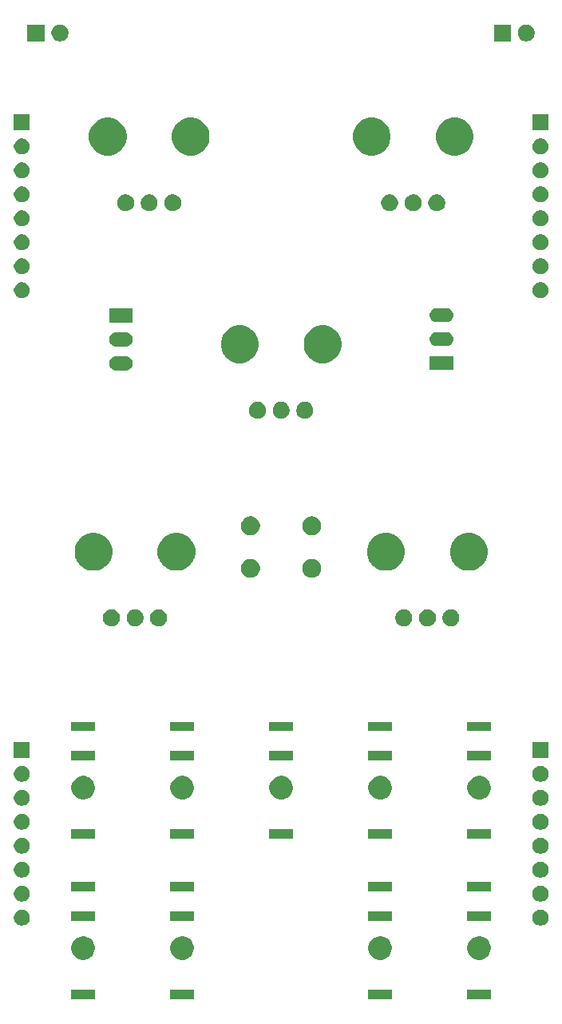
<source format=gbr>
G04 #@! TF.GenerationSoftware,KiCad,Pcbnew,(5.1.5)-3*
G04 #@! TF.CreationDate,2020-10-12T14:36:57+01:00*
G04 #@! TF.ProjectId,Retrospector_Controls,52657472-6f73-4706-9563-746f725f436f,rev?*
G04 #@! TF.SameCoordinates,Original*
G04 #@! TF.FileFunction,Soldermask,Bot*
G04 #@! TF.FilePolarity,Negative*
%FSLAX46Y46*%
G04 Gerber Fmt 4.6, Leading zero omitted, Abs format (unit mm)*
G04 Created by KiCad (PCBNEW (5.1.5)-3) date 2020-10-12 14:36:57*
%MOMM*%
%LPD*%
G04 APERTURE LIST*
%ADD10C,0.100000*%
G04 APERTURE END LIST*
D10*
G36*
X120750000Y-156420000D02*
G01*
X118250000Y-156420000D01*
X118250000Y-155420000D01*
X120750000Y-155420000D01*
X120750000Y-156420000D01*
G37*
G36*
X110250000Y-156420000D02*
G01*
X107750000Y-156420000D01*
X107750000Y-155420000D01*
X110250000Y-155420000D01*
X110250000Y-156420000D01*
G37*
G36*
X152250000Y-156420000D02*
G01*
X149750000Y-156420000D01*
X149750000Y-155420000D01*
X152250000Y-155420000D01*
X152250000Y-156420000D01*
G37*
G36*
X141750000Y-156420000D02*
G01*
X139250000Y-156420000D01*
X139250000Y-155420000D01*
X141750000Y-155420000D01*
X141750000Y-156420000D01*
G37*
G36*
X109364610Y-149798036D02*
G01*
X109592095Y-149892264D01*
X109592097Y-149892265D01*
X109796828Y-150029062D01*
X109970938Y-150203172D01*
X110107736Y-150407905D01*
X110201964Y-150635390D01*
X110250000Y-150876884D01*
X110250000Y-151123116D01*
X110201964Y-151364610D01*
X110107736Y-151592095D01*
X110107735Y-151592097D01*
X109970938Y-151796828D01*
X109796828Y-151970938D01*
X109592097Y-152107735D01*
X109592096Y-152107736D01*
X109592095Y-152107736D01*
X109364610Y-152201964D01*
X109123116Y-152250000D01*
X108876884Y-152250000D01*
X108635390Y-152201964D01*
X108407905Y-152107736D01*
X108407904Y-152107736D01*
X108407903Y-152107735D01*
X108203172Y-151970938D01*
X108029062Y-151796828D01*
X107892265Y-151592097D01*
X107892264Y-151592095D01*
X107798036Y-151364610D01*
X107750000Y-151123116D01*
X107750000Y-150876884D01*
X107798036Y-150635390D01*
X107892264Y-150407905D01*
X108029062Y-150203172D01*
X108203172Y-150029062D01*
X108407903Y-149892265D01*
X108407905Y-149892264D01*
X108635390Y-149798036D01*
X108876884Y-149750000D01*
X109123116Y-149750000D01*
X109364610Y-149798036D01*
G37*
G36*
X151364610Y-149798036D02*
G01*
X151592095Y-149892264D01*
X151592097Y-149892265D01*
X151796828Y-150029062D01*
X151970938Y-150203172D01*
X152107736Y-150407905D01*
X152201964Y-150635390D01*
X152250000Y-150876884D01*
X152250000Y-151123116D01*
X152201964Y-151364610D01*
X152107736Y-151592095D01*
X152107735Y-151592097D01*
X151970938Y-151796828D01*
X151796828Y-151970938D01*
X151592097Y-152107735D01*
X151592096Y-152107736D01*
X151592095Y-152107736D01*
X151364610Y-152201964D01*
X151123116Y-152250000D01*
X150876884Y-152250000D01*
X150635390Y-152201964D01*
X150407905Y-152107736D01*
X150407904Y-152107736D01*
X150407903Y-152107735D01*
X150203172Y-151970938D01*
X150029062Y-151796828D01*
X149892265Y-151592097D01*
X149892264Y-151592095D01*
X149798036Y-151364610D01*
X149750000Y-151123116D01*
X149750000Y-150876884D01*
X149798036Y-150635390D01*
X149892264Y-150407905D01*
X150029062Y-150203172D01*
X150203172Y-150029062D01*
X150407903Y-149892265D01*
X150407905Y-149892264D01*
X150635390Y-149798036D01*
X150876884Y-149750000D01*
X151123116Y-149750000D01*
X151364610Y-149798036D01*
G37*
G36*
X140864610Y-149798036D02*
G01*
X141092095Y-149892264D01*
X141092097Y-149892265D01*
X141296828Y-150029062D01*
X141470938Y-150203172D01*
X141607736Y-150407905D01*
X141701964Y-150635390D01*
X141750000Y-150876884D01*
X141750000Y-151123116D01*
X141701964Y-151364610D01*
X141607736Y-151592095D01*
X141607735Y-151592097D01*
X141470938Y-151796828D01*
X141296828Y-151970938D01*
X141092097Y-152107735D01*
X141092096Y-152107736D01*
X141092095Y-152107736D01*
X140864610Y-152201964D01*
X140623116Y-152250000D01*
X140376884Y-152250000D01*
X140135390Y-152201964D01*
X139907905Y-152107736D01*
X139907904Y-152107736D01*
X139907903Y-152107735D01*
X139703172Y-151970938D01*
X139529062Y-151796828D01*
X139392265Y-151592097D01*
X139392264Y-151592095D01*
X139298036Y-151364610D01*
X139250000Y-151123116D01*
X139250000Y-150876884D01*
X139298036Y-150635390D01*
X139392264Y-150407905D01*
X139529062Y-150203172D01*
X139703172Y-150029062D01*
X139907903Y-149892265D01*
X139907905Y-149892264D01*
X140135390Y-149798036D01*
X140376884Y-149750000D01*
X140623116Y-149750000D01*
X140864610Y-149798036D01*
G37*
G36*
X119864610Y-149798036D02*
G01*
X120092095Y-149892264D01*
X120092097Y-149892265D01*
X120296828Y-150029062D01*
X120470938Y-150203172D01*
X120607736Y-150407905D01*
X120701964Y-150635390D01*
X120750000Y-150876884D01*
X120750000Y-151123116D01*
X120701964Y-151364610D01*
X120607736Y-151592095D01*
X120607735Y-151592097D01*
X120470938Y-151796828D01*
X120296828Y-151970938D01*
X120092097Y-152107735D01*
X120092096Y-152107736D01*
X120092095Y-152107736D01*
X119864610Y-152201964D01*
X119623116Y-152250000D01*
X119376884Y-152250000D01*
X119135390Y-152201964D01*
X118907905Y-152107736D01*
X118907904Y-152107736D01*
X118907903Y-152107735D01*
X118703172Y-151970938D01*
X118529062Y-151796828D01*
X118392265Y-151592097D01*
X118392264Y-151592095D01*
X118298036Y-151364610D01*
X118250000Y-151123116D01*
X118250000Y-150876884D01*
X118298036Y-150635390D01*
X118392264Y-150407905D01*
X118529062Y-150203172D01*
X118703172Y-150029062D01*
X118907903Y-149892265D01*
X118907905Y-149892264D01*
X119135390Y-149798036D01*
X119376884Y-149750000D01*
X119623116Y-149750000D01*
X119864610Y-149798036D01*
G37*
G36*
X102747935Y-146962664D02*
G01*
X102902624Y-147026739D01*
X102902626Y-147026740D01*
X103041844Y-147119762D01*
X103160238Y-147238156D01*
X103253260Y-147377374D01*
X103253261Y-147377376D01*
X103317336Y-147532065D01*
X103350000Y-147696281D01*
X103350000Y-147863719D01*
X103317336Y-148027935D01*
X103279201Y-148120000D01*
X103253260Y-148182626D01*
X103160238Y-148321844D01*
X103041844Y-148440238D01*
X102902626Y-148533260D01*
X102902625Y-148533261D01*
X102902624Y-148533261D01*
X102747935Y-148597336D01*
X102583719Y-148630000D01*
X102416281Y-148630000D01*
X102252065Y-148597336D01*
X102097376Y-148533261D01*
X102097375Y-148533261D01*
X102097374Y-148533260D01*
X101958156Y-148440238D01*
X101839762Y-148321844D01*
X101746740Y-148182626D01*
X101720799Y-148120000D01*
X101682664Y-148027935D01*
X101650000Y-147863719D01*
X101650000Y-147696281D01*
X101682664Y-147532065D01*
X101746739Y-147377376D01*
X101746740Y-147377374D01*
X101839762Y-147238156D01*
X101958156Y-147119762D01*
X102097374Y-147026740D01*
X102097376Y-147026739D01*
X102252065Y-146962664D01*
X102416281Y-146930000D01*
X102583719Y-146930000D01*
X102747935Y-146962664D01*
G37*
G36*
X157747935Y-146962664D02*
G01*
X157902624Y-147026739D01*
X157902626Y-147026740D01*
X158041844Y-147119762D01*
X158160238Y-147238156D01*
X158253260Y-147377374D01*
X158253261Y-147377376D01*
X158317336Y-147532065D01*
X158350000Y-147696281D01*
X158350000Y-147863719D01*
X158317336Y-148027935D01*
X158279201Y-148120000D01*
X158253260Y-148182626D01*
X158160238Y-148321844D01*
X158041844Y-148440238D01*
X157902626Y-148533260D01*
X157902625Y-148533261D01*
X157902624Y-148533261D01*
X157747935Y-148597336D01*
X157583719Y-148630000D01*
X157416281Y-148630000D01*
X157252065Y-148597336D01*
X157097376Y-148533261D01*
X157097375Y-148533261D01*
X157097374Y-148533260D01*
X156958156Y-148440238D01*
X156839762Y-148321844D01*
X156746740Y-148182626D01*
X156720799Y-148120000D01*
X156682664Y-148027935D01*
X156650000Y-147863719D01*
X156650000Y-147696281D01*
X156682664Y-147532065D01*
X156746739Y-147377376D01*
X156746740Y-147377374D01*
X156839762Y-147238156D01*
X156958156Y-147119762D01*
X157097374Y-147026740D01*
X157097376Y-147026739D01*
X157252065Y-146962664D01*
X157416281Y-146930000D01*
X157583719Y-146930000D01*
X157747935Y-146962664D01*
G37*
G36*
X120750000Y-148120000D02*
G01*
X118250000Y-148120000D01*
X118250000Y-147120000D01*
X120750000Y-147120000D01*
X120750000Y-148120000D01*
G37*
G36*
X152250000Y-148120000D02*
G01*
X149750000Y-148120000D01*
X149750000Y-147120000D01*
X152250000Y-147120000D01*
X152250000Y-148120000D01*
G37*
G36*
X141750000Y-148120000D02*
G01*
X139250000Y-148120000D01*
X139250000Y-147120000D01*
X141750000Y-147120000D01*
X141750000Y-148120000D01*
G37*
G36*
X110250000Y-148120000D02*
G01*
X107750000Y-148120000D01*
X107750000Y-147120000D01*
X110250000Y-147120000D01*
X110250000Y-148120000D01*
G37*
G36*
X102747935Y-144422664D02*
G01*
X102902624Y-144486739D01*
X102902626Y-144486740D01*
X103041844Y-144579762D01*
X103160238Y-144698156D01*
X103253260Y-144837374D01*
X103253261Y-144837376D01*
X103317336Y-144992065D01*
X103350000Y-145156281D01*
X103350000Y-145323719D01*
X103317336Y-145487935D01*
X103253261Y-145642624D01*
X103253260Y-145642626D01*
X103160238Y-145781844D01*
X103041844Y-145900238D01*
X102902626Y-145993260D01*
X102902625Y-145993261D01*
X102902624Y-145993261D01*
X102747935Y-146057336D01*
X102583719Y-146090000D01*
X102416281Y-146090000D01*
X102252065Y-146057336D01*
X102097376Y-145993261D01*
X102097375Y-145993261D01*
X102097374Y-145993260D01*
X101958156Y-145900238D01*
X101839762Y-145781844D01*
X101746740Y-145642626D01*
X101746739Y-145642624D01*
X101682664Y-145487935D01*
X101650000Y-145323719D01*
X101650000Y-145156281D01*
X101682664Y-144992065D01*
X101746739Y-144837376D01*
X101746740Y-144837374D01*
X101839762Y-144698156D01*
X101958156Y-144579762D01*
X102097374Y-144486740D01*
X102097376Y-144486739D01*
X102252065Y-144422664D01*
X102416281Y-144390000D01*
X102583719Y-144390000D01*
X102747935Y-144422664D01*
G37*
G36*
X157747935Y-144422664D02*
G01*
X157902624Y-144486739D01*
X157902626Y-144486740D01*
X158041844Y-144579762D01*
X158160238Y-144698156D01*
X158253260Y-144837374D01*
X158253261Y-144837376D01*
X158317336Y-144992065D01*
X158350000Y-145156281D01*
X158350000Y-145323719D01*
X158317336Y-145487935D01*
X158253261Y-145642624D01*
X158253260Y-145642626D01*
X158160238Y-145781844D01*
X158041844Y-145900238D01*
X157902626Y-145993260D01*
X157902625Y-145993261D01*
X157902624Y-145993261D01*
X157747935Y-146057336D01*
X157583719Y-146090000D01*
X157416281Y-146090000D01*
X157252065Y-146057336D01*
X157097376Y-145993261D01*
X157097375Y-145993261D01*
X157097374Y-145993260D01*
X156958156Y-145900238D01*
X156839762Y-145781844D01*
X156746740Y-145642626D01*
X156746739Y-145642624D01*
X156682664Y-145487935D01*
X156650000Y-145323719D01*
X156650000Y-145156281D01*
X156682664Y-144992065D01*
X156746739Y-144837376D01*
X156746740Y-144837374D01*
X156839762Y-144698156D01*
X156958156Y-144579762D01*
X157097374Y-144486740D01*
X157097376Y-144486739D01*
X157252065Y-144422664D01*
X157416281Y-144390000D01*
X157583719Y-144390000D01*
X157747935Y-144422664D01*
G37*
G36*
X110250000Y-145020000D02*
G01*
X107750000Y-145020000D01*
X107750000Y-144020000D01*
X110250000Y-144020000D01*
X110250000Y-145020000D01*
G37*
G36*
X152250000Y-145020000D02*
G01*
X149750000Y-145020000D01*
X149750000Y-144020000D01*
X152250000Y-144020000D01*
X152250000Y-145020000D01*
G37*
G36*
X141750000Y-145020000D02*
G01*
X139250000Y-145020000D01*
X139250000Y-144020000D01*
X141750000Y-144020000D01*
X141750000Y-145020000D01*
G37*
G36*
X120750000Y-145020000D02*
G01*
X118250000Y-145020000D01*
X118250000Y-144020000D01*
X120750000Y-144020000D01*
X120750000Y-145020000D01*
G37*
G36*
X102747935Y-141882664D02*
G01*
X102902624Y-141946739D01*
X102902626Y-141946740D01*
X103041844Y-142039762D01*
X103160238Y-142158156D01*
X103253260Y-142297374D01*
X103253261Y-142297376D01*
X103317336Y-142452065D01*
X103350000Y-142616281D01*
X103350000Y-142783719D01*
X103317336Y-142947935D01*
X103253261Y-143102624D01*
X103253260Y-143102626D01*
X103160238Y-143241844D01*
X103041844Y-143360238D01*
X102902626Y-143453260D01*
X102902625Y-143453261D01*
X102902624Y-143453261D01*
X102747935Y-143517336D01*
X102583719Y-143550000D01*
X102416281Y-143550000D01*
X102252065Y-143517336D01*
X102097376Y-143453261D01*
X102097375Y-143453261D01*
X102097374Y-143453260D01*
X101958156Y-143360238D01*
X101839762Y-143241844D01*
X101746740Y-143102626D01*
X101746739Y-143102624D01*
X101682664Y-142947935D01*
X101650000Y-142783719D01*
X101650000Y-142616281D01*
X101682664Y-142452065D01*
X101746739Y-142297376D01*
X101746740Y-142297374D01*
X101839762Y-142158156D01*
X101958156Y-142039762D01*
X102097374Y-141946740D01*
X102097376Y-141946739D01*
X102252065Y-141882664D01*
X102416281Y-141850000D01*
X102583719Y-141850000D01*
X102747935Y-141882664D01*
G37*
G36*
X157747935Y-141882664D02*
G01*
X157902624Y-141946739D01*
X157902626Y-141946740D01*
X158041844Y-142039762D01*
X158160238Y-142158156D01*
X158253260Y-142297374D01*
X158253261Y-142297376D01*
X158317336Y-142452065D01*
X158350000Y-142616281D01*
X158350000Y-142783719D01*
X158317336Y-142947935D01*
X158253261Y-143102624D01*
X158253260Y-143102626D01*
X158160238Y-143241844D01*
X158041844Y-143360238D01*
X157902626Y-143453260D01*
X157902625Y-143453261D01*
X157902624Y-143453261D01*
X157747935Y-143517336D01*
X157583719Y-143550000D01*
X157416281Y-143550000D01*
X157252065Y-143517336D01*
X157097376Y-143453261D01*
X157097375Y-143453261D01*
X157097374Y-143453260D01*
X156958156Y-143360238D01*
X156839762Y-143241844D01*
X156746740Y-143102626D01*
X156746739Y-143102624D01*
X156682664Y-142947935D01*
X156650000Y-142783719D01*
X156650000Y-142616281D01*
X156682664Y-142452065D01*
X156746739Y-142297376D01*
X156746740Y-142297374D01*
X156839762Y-142158156D01*
X156958156Y-142039762D01*
X157097374Y-141946740D01*
X157097376Y-141946739D01*
X157252065Y-141882664D01*
X157416281Y-141850000D01*
X157583719Y-141850000D01*
X157747935Y-141882664D01*
G37*
G36*
X157747935Y-139342664D02*
G01*
X157902624Y-139406739D01*
X157902626Y-139406740D01*
X158041844Y-139499762D01*
X158160238Y-139618156D01*
X158253260Y-139757374D01*
X158253261Y-139757376D01*
X158317336Y-139912065D01*
X158350000Y-140076281D01*
X158350000Y-140243719D01*
X158317336Y-140407935D01*
X158253261Y-140562624D01*
X158253260Y-140562626D01*
X158160238Y-140701844D01*
X158041844Y-140820238D01*
X157902626Y-140913260D01*
X157902625Y-140913261D01*
X157902624Y-140913261D01*
X157747935Y-140977336D01*
X157583719Y-141010000D01*
X157416281Y-141010000D01*
X157252065Y-140977336D01*
X157097376Y-140913261D01*
X157097375Y-140913261D01*
X157097374Y-140913260D01*
X156958156Y-140820238D01*
X156839762Y-140701844D01*
X156746740Y-140562626D01*
X156746739Y-140562624D01*
X156682664Y-140407935D01*
X156650000Y-140243719D01*
X156650000Y-140076281D01*
X156682664Y-139912065D01*
X156746739Y-139757376D01*
X156746740Y-139757374D01*
X156839762Y-139618156D01*
X156958156Y-139499762D01*
X157097374Y-139406740D01*
X157097376Y-139406739D01*
X157252065Y-139342664D01*
X157416281Y-139310000D01*
X157583719Y-139310000D01*
X157747935Y-139342664D01*
G37*
G36*
X102747935Y-139342664D02*
G01*
X102902624Y-139406739D01*
X102902626Y-139406740D01*
X103041844Y-139499762D01*
X103160238Y-139618156D01*
X103253260Y-139757374D01*
X103253261Y-139757376D01*
X103317336Y-139912065D01*
X103350000Y-140076281D01*
X103350000Y-140243719D01*
X103317336Y-140407935D01*
X103253261Y-140562624D01*
X103253260Y-140562626D01*
X103160238Y-140701844D01*
X103041844Y-140820238D01*
X102902626Y-140913260D01*
X102902625Y-140913261D01*
X102902624Y-140913261D01*
X102747935Y-140977336D01*
X102583719Y-141010000D01*
X102416281Y-141010000D01*
X102252065Y-140977336D01*
X102097376Y-140913261D01*
X102097375Y-140913261D01*
X102097374Y-140913260D01*
X101958156Y-140820238D01*
X101839762Y-140701844D01*
X101746740Y-140562626D01*
X101746739Y-140562624D01*
X101682664Y-140407935D01*
X101650000Y-140243719D01*
X101650000Y-140076281D01*
X101682664Y-139912065D01*
X101746739Y-139757376D01*
X101746740Y-139757374D01*
X101839762Y-139618156D01*
X101958156Y-139499762D01*
X102097374Y-139406740D01*
X102097376Y-139406739D01*
X102252065Y-139342664D01*
X102416281Y-139310000D01*
X102583719Y-139310000D01*
X102747935Y-139342664D01*
G37*
G36*
X120750000Y-139420000D02*
G01*
X118250000Y-139420000D01*
X118250000Y-138420000D01*
X120750000Y-138420000D01*
X120750000Y-139420000D01*
G37*
G36*
X110250000Y-139420000D02*
G01*
X107750000Y-139420000D01*
X107750000Y-138420000D01*
X110250000Y-138420000D01*
X110250000Y-139420000D01*
G37*
G36*
X152250000Y-139420000D02*
G01*
X149750000Y-139420000D01*
X149750000Y-138420000D01*
X152250000Y-138420000D01*
X152250000Y-139420000D01*
G37*
G36*
X131250000Y-139420000D02*
G01*
X128750000Y-139420000D01*
X128750000Y-138420000D01*
X131250000Y-138420000D01*
X131250000Y-139420000D01*
G37*
G36*
X141750000Y-139420000D02*
G01*
X139250000Y-139420000D01*
X139250000Y-138420000D01*
X141750000Y-138420000D01*
X141750000Y-139420000D01*
G37*
G36*
X157747935Y-136802664D02*
G01*
X157902624Y-136866739D01*
X157902626Y-136866740D01*
X158041844Y-136959762D01*
X158160238Y-137078156D01*
X158253260Y-137217374D01*
X158253261Y-137217376D01*
X158317336Y-137372065D01*
X158350000Y-137536281D01*
X158350000Y-137703719D01*
X158317336Y-137867935D01*
X158253261Y-138022624D01*
X158253260Y-138022626D01*
X158160238Y-138161844D01*
X158041844Y-138280238D01*
X157902626Y-138373260D01*
X157902625Y-138373261D01*
X157902624Y-138373261D01*
X157747935Y-138437336D01*
X157583719Y-138470000D01*
X157416281Y-138470000D01*
X157252065Y-138437336D01*
X157097376Y-138373261D01*
X157097375Y-138373261D01*
X157097374Y-138373260D01*
X156958156Y-138280238D01*
X156839762Y-138161844D01*
X156746740Y-138022626D01*
X156746739Y-138022624D01*
X156682664Y-137867935D01*
X156650000Y-137703719D01*
X156650000Y-137536281D01*
X156682664Y-137372065D01*
X156746739Y-137217376D01*
X156746740Y-137217374D01*
X156839762Y-137078156D01*
X156958156Y-136959762D01*
X157097374Y-136866740D01*
X157097376Y-136866739D01*
X157252065Y-136802664D01*
X157416281Y-136770000D01*
X157583719Y-136770000D01*
X157747935Y-136802664D01*
G37*
G36*
X102747935Y-136802664D02*
G01*
X102902624Y-136866739D01*
X102902626Y-136866740D01*
X103041844Y-136959762D01*
X103160238Y-137078156D01*
X103253260Y-137217374D01*
X103253261Y-137217376D01*
X103317336Y-137372065D01*
X103350000Y-137536281D01*
X103350000Y-137703719D01*
X103317336Y-137867935D01*
X103253261Y-138022624D01*
X103253260Y-138022626D01*
X103160238Y-138161844D01*
X103041844Y-138280238D01*
X102902626Y-138373260D01*
X102902625Y-138373261D01*
X102902624Y-138373261D01*
X102747935Y-138437336D01*
X102583719Y-138470000D01*
X102416281Y-138470000D01*
X102252065Y-138437336D01*
X102097376Y-138373261D01*
X102097375Y-138373261D01*
X102097374Y-138373260D01*
X101958156Y-138280238D01*
X101839762Y-138161844D01*
X101746740Y-138022626D01*
X101746739Y-138022624D01*
X101682664Y-137867935D01*
X101650000Y-137703719D01*
X101650000Y-137536281D01*
X101682664Y-137372065D01*
X101746739Y-137217376D01*
X101746740Y-137217374D01*
X101839762Y-137078156D01*
X101958156Y-136959762D01*
X102097374Y-136866740D01*
X102097376Y-136866739D01*
X102252065Y-136802664D01*
X102416281Y-136770000D01*
X102583719Y-136770000D01*
X102747935Y-136802664D01*
G37*
G36*
X157747935Y-134262664D02*
G01*
X157902624Y-134326739D01*
X157902626Y-134326740D01*
X158041844Y-134419762D01*
X158160238Y-134538156D01*
X158253260Y-134677374D01*
X158253261Y-134677376D01*
X158317336Y-134832065D01*
X158350000Y-134996281D01*
X158350000Y-135163719D01*
X158317336Y-135327935D01*
X158253261Y-135482624D01*
X158253260Y-135482626D01*
X158160238Y-135621844D01*
X158041844Y-135740238D01*
X157902626Y-135833260D01*
X157902625Y-135833261D01*
X157902624Y-135833261D01*
X157747935Y-135897336D01*
X157583719Y-135930000D01*
X157416281Y-135930000D01*
X157252065Y-135897336D01*
X157097376Y-135833261D01*
X157097375Y-135833261D01*
X157097374Y-135833260D01*
X156958156Y-135740238D01*
X156839762Y-135621844D01*
X156746740Y-135482626D01*
X156746739Y-135482624D01*
X156682664Y-135327935D01*
X156650000Y-135163719D01*
X156650000Y-134996281D01*
X156682664Y-134832065D01*
X156746739Y-134677376D01*
X156746740Y-134677374D01*
X156839762Y-134538156D01*
X156958156Y-134419762D01*
X157097374Y-134326740D01*
X157097376Y-134326739D01*
X157252065Y-134262664D01*
X157416281Y-134230000D01*
X157583719Y-134230000D01*
X157747935Y-134262664D01*
G37*
G36*
X102747935Y-134262664D02*
G01*
X102902624Y-134326739D01*
X102902626Y-134326740D01*
X103041844Y-134419762D01*
X103160238Y-134538156D01*
X103253260Y-134677374D01*
X103253261Y-134677376D01*
X103317336Y-134832065D01*
X103350000Y-134996281D01*
X103350000Y-135163719D01*
X103317336Y-135327935D01*
X103253261Y-135482624D01*
X103253260Y-135482626D01*
X103160238Y-135621844D01*
X103041844Y-135740238D01*
X102902626Y-135833260D01*
X102902625Y-135833261D01*
X102902624Y-135833261D01*
X102747935Y-135897336D01*
X102583719Y-135930000D01*
X102416281Y-135930000D01*
X102252065Y-135897336D01*
X102097376Y-135833261D01*
X102097375Y-135833261D01*
X102097374Y-135833260D01*
X101958156Y-135740238D01*
X101839762Y-135621844D01*
X101746740Y-135482626D01*
X101746739Y-135482624D01*
X101682664Y-135327935D01*
X101650000Y-135163719D01*
X101650000Y-134996281D01*
X101682664Y-134832065D01*
X101746739Y-134677376D01*
X101746740Y-134677374D01*
X101839762Y-134538156D01*
X101958156Y-134419762D01*
X102097374Y-134326740D01*
X102097376Y-134326739D01*
X102252065Y-134262664D01*
X102416281Y-134230000D01*
X102583719Y-134230000D01*
X102747935Y-134262664D01*
G37*
G36*
X130364610Y-132798036D02*
G01*
X130592095Y-132892264D01*
X130592097Y-132892265D01*
X130796828Y-133029062D01*
X130970938Y-133203172D01*
X131095773Y-133390000D01*
X131107736Y-133407905D01*
X131201964Y-133635390D01*
X131250000Y-133876884D01*
X131250000Y-134123116D01*
X131201964Y-134364610D01*
X131179119Y-134419762D01*
X131107735Y-134592097D01*
X130970938Y-134796828D01*
X130796828Y-134970938D01*
X130592097Y-135107735D01*
X130592096Y-135107736D01*
X130592095Y-135107736D01*
X130364610Y-135201964D01*
X130123116Y-135250000D01*
X129876884Y-135250000D01*
X129635390Y-135201964D01*
X129407905Y-135107736D01*
X129407904Y-135107736D01*
X129407903Y-135107735D01*
X129203172Y-134970938D01*
X129029062Y-134796828D01*
X128892265Y-134592097D01*
X128820881Y-134419762D01*
X128798036Y-134364610D01*
X128750000Y-134123116D01*
X128750000Y-133876884D01*
X128798036Y-133635390D01*
X128892264Y-133407905D01*
X128904228Y-133390000D01*
X129029062Y-133203172D01*
X129203172Y-133029062D01*
X129407903Y-132892265D01*
X129407905Y-132892264D01*
X129635390Y-132798036D01*
X129876884Y-132750000D01*
X130123116Y-132750000D01*
X130364610Y-132798036D01*
G37*
G36*
X151364610Y-132798036D02*
G01*
X151592095Y-132892264D01*
X151592097Y-132892265D01*
X151796828Y-133029062D01*
X151970938Y-133203172D01*
X152095773Y-133390000D01*
X152107736Y-133407905D01*
X152201964Y-133635390D01*
X152250000Y-133876884D01*
X152250000Y-134123116D01*
X152201964Y-134364610D01*
X152179119Y-134419762D01*
X152107735Y-134592097D01*
X151970938Y-134796828D01*
X151796828Y-134970938D01*
X151592097Y-135107735D01*
X151592096Y-135107736D01*
X151592095Y-135107736D01*
X151364610Y-135201964D01*
X151123116Y-135250000D01*
X150876884Y-135250000D01*
X150635390Y-135201964D01*
X150407905Y-135107736D01*
X150407904Y-135107736D01*
X150407903Y-135107735D01*
X150203172Y-134970938D01*
X150029062Y-134796828D01*
X149892265Y-134592097D01*
X149820881Y-134419762D01*
X149798036Y-134364610D01*
X149750000Y-134123116D01*
X149750000Y-133876884D01*
X149798036Y-133635390D01*
X149892264Y-133407905D01*
X149904228Y-133390000D01*
X150029062Y-133203172D01*
X150203172Y-133029062D01*
X150407903Y-132892265D01*
X150407905Y-132892264D01*
X150635390Y-132798036D01*
X150876884Y-132750000D01*
X151123116Y-132750000D01*
X151364610Y-132798036D01*
G37*
G36*
X119864610Y-132798036D02*
G01*
X120092095Y-132892264D01*
X120092097Y-132892265D01*
X120296828Y-133029062D01*
X120470938Y-133203172D01*
X120595773Y-133390000D01*
X120607736Y-133407905D01*
X120701964Y-133635390D01*
X120750000Y-133876884D01*
X120750000Y-134123116D01*
X120701964Y-134364610D01*
X120679119Y-134419762D01*
X120607735Y-134592097D01*
X120470938Y-134796828D01*
X120296828Y-134970938D01*
X120092097Y-135107735D01*
X120092096Y-135107736D01*
X120092095Y-135107736D01*
X119864610Y-135201964D01*
X119623116Y-135250000D01*
X119376884Y-135250000D01*
X119135390Y-135201964D01*
X118907905Y-135107736D01*
X118907904Y-135107736D01*
X118907903Y-135107735D01*
X118703172Y-134970938D01*
X118529062Y-134796828D01*
X118392265Y-134592097D01*
X118320881Y-134419762D01*
X118298036Y-134364610D01*
X118250000Y-134123116D01*
X118250000Y-133876884D01*
X118298036Y-133635390D01*
X118392264Y-133407905D01*
X118404228Y-133390000D01*
X118529062Y-133203172D01*
X118703172Y-133029062D01*
X118907903Y-132892265D01*
X118907905Y-132892264D01*
X119135390Y-132798036D01*
X119376884Y-132750000D01*
X119623116Y-132750000D01*
X119864610Y-132798036D01*
G37*
G36*
X109364610Y-132798036D02*
G01*
X109592095Y-132892264D01*
X109592097Y-132892265D01*
X109796828Y-133029062D01*
X109970938Y-133203172D01*
X110095773Y-133390000D01*
X110107736Y-133407905D01*
X110201964Y-133635390D01*
X110250000Y-133876884D01*
X110250000Y-134123116D01*
X110201964Y-134364610D01*
X110179119Y-134419762D01*
X110107735Y-134592097D01*
X109970938Y-134796828D01*
X109796828Y-134970938D01*
X109592097Y-135107735D01*
X109592096Y-135107736D01*
X109592095Y-135107736D01*
X109364610Y-135201964D01*
X109123116Y-135250000D01*
X108876884Y-135250000D01*
X108635390Y-135201964D01*
X108407905Y-135107736D01*
X108407904Y-135107736D01*
X108407903Y-135107735D01*
X108203172Y-134970938D01*
X108029062Y-134796828D01*
X107892265Y-134592097D01*
X107820881Y-134419762D01*
X107798036Y-134364610D01*
X107750000Y-134123116D01*
X107750000Y-133876884D01*
X107798036Y-133635390D01*
X107892264Y-133407905D01*
X107904228Y-133390000D01*
X108029062Y-133203172D01*
X108203172Y-133029062D01*
X108407903Y-132892265D01*
X108407905Y-132892264D01*
X108635390Y-132798036D01*
X108876884Y-132750000D01*
X109123116Y-132750000D01*
X109364610Y-132798036D01*
G37*
G36*
X140864610Y-132798036D02*
G01*
X141092095Y-132892264D01*
X141092097Y-132892265D01*
X141296828Y-133029062D01*
X141470938Y-133203172D01*
X141595773Y-133390000D01*
X141607736Y-133407905D01*
X141701964Y-133635390D01*
X141750000Y-133876884D01*
X141750000Y-134123116D01*
X141701964Y-134364610D01*
X141679119Y-134419762D01*
X141607735Y-134592097D01*
X141470938Y-134796828D01*
X141296828Y-134970938D01*
X141092097Y-135107735D01*
X141092096Y-135107736D01*
X141092095Y-135107736D01*
X140864610Y-135201964D01*
X140623116Y-135250000D01*
X140376884Y-135250000D01*
X140135390Y-135201964D01*
X139907905Y-135107736D01*
X139907904Y-135107736D01*
X139907903Y-135107735D01*
X139703172Y-134970938D01*
X139529062Y-134796828D01*
X139392265Y-134592097D01*
X139320881Y-134419762D01*
X139298036Y-134364610D01*
X139250000Y-134123116D01*
X139250000Y-133876884D01*
X139298036Y-133635390D01*
X139392264Y-133407905D01*
X139404228Y-133390000D01*
X139529062Y-133203172D01*
X139703172Y-133029062D01*
X139907903Y-132892265D01*
X139907905Y-132892264D01*
X140135390Y-132798036D01*
X140376884Y-132750000D01*
X140623116Y-132750000D01*
X140864610Y-132798036D01*
G37*
G36*
X157747935Y-131722664D02*
G01*
X157902624Y-131786739D01*
X157902626Y-131786740D01*
X158041844Y-131879762D01*
X158160238Y-131998156D01*
X158253260Y-132137374D01*
X158253261Y-132137376D01*
X158317336Y-132292065D01*
X158350000Y-132456281D01*
X158350000Y-132623719D01*
X158317336Y-132787935D01*
X158253261Y-132942624D01*
X158253260Y-132942626D01*
X158160238Y-133081844D01*
X158041844Y-133200238D01*
X157902626Y-133293260D01*
X157902625Y-133293261D01*
X157902624Y-133293261D01*
X157747935Y-133357336D01*
X157583719Y-133390000D01*
X157416281Y-133390000D01*
X157252065Y-133357336D01*
X157097376Y-133293261D01*
X157097375Y-133293261D01*
X157097374Y-133293260D01*
X156958156Y-133200238D01*
X156839762Y-133081844D01*
X156746740Y-132942626D01*
X156746739Y-132942624D01*
X156682664Y-132787935D01*
X156650000Y-132623719D01*
X156650000Y-132456281D01*
X156682664Y-132292065D01*
X156746739Y-132137376D01*
X156746740Y-132137374D01*
X156839762Y-131998156D01*
X156958156Y-131879762D01*
X157097374Y-131786740D01*
X157097376Y-131786739D01*
X157252065Y-131722664D01*
X157416281Y-131690000D01*
X157583719Y-131690000D01*
X157747935Y-131722664D01*
G37*
G36*
X102747935Y-131722664D02*
G01*
X102902624Y-131786739D01*
X102902626Y-131786740D01*
X103041844Y-131879762D01*
X103160238Y-131998156D01*
X103253260Y-132137374D01*
X103253261Y-132137376D01*
X103317336Y-132292065D01*
X103350000Y-132456281D01*
X103350000Y-132623719D01*
X103317336Y-132787935D01*
X103253261Y-132942624D01*
X103253260Y-132942626D01*
X103160238Y-133081844D01*
X103041844Y-133200238D01*
X102902626Y-133293260D01*
X102902625Y-133293261D01*
X102902624Y-133293261D01*
X102747935Y-133357336D01*
X102583719Y-133390000D01*
X102416281Y-133390000D01*
X102252065Y-133357336D01*
X102097376Y-133293261D01*
X102097375Y-133293261D01*
X102097374Y-133293260D01*
X101958156Y-133200238D01*
X101839762Y-133081844D01*
X101746740Y-132942626D01*
X101746739Y-132942624D01*
X101682664Y-132787935D01*
X101650000Y-132623719D01*
X101650000Y-132456281D01*
X101682664Y-132292065D01*
X101746739Y-132137376D01*
X101746740Y-132137374D01*
X101839762Y-131998156D01*
X101958156Y-131879762D01*
X102097374Y-131786740D01*
X102097376Y-131786739D01*
X102252065Y-131722664D01*
X102416281Y-131690000D01*
X102583719Y-131690000D01*
X102747935Y-131722664D01*
G37*
G36*
X141750000Y-131120000D02*
G01*
X139250000Y-131120000D01*
X139250000Y-130120000D01*
X141750000Y-130120000D01*
X141750000Y-131120000D01*
G37*
G36*
X120750000Y-131120000D02*
G01*
X118250000Y-131120000D01*
X118250000Y-130120000D01*
X120750000Y-130120000D01*
X120750000Y-131120000D01*
G37*
G36*
X131250000Y-131120000D02*
G01*
X128750000Y-131120000D01*
X128750000Y-130120000D01*
X131250000Y-130120000D01*
X131250000Y-131120000D01*
G37*
G36*
X152250000Y-131120000D02*
G01*
X149750000Y-131120000D01*
X149750000Y-130120000D01*
X152250000Y-130120000D01*
X152250000Y-131120000D01*
G37*
G36*
X110250000Y-131120000D02*
G01*
X107750000Y-131120000D01*
X107750000Y-130120000D01*
X110250000Y-130120000D01*
X110250000Y-131120000D01*
G37*
G36*
X158350000Y-130850000D02*
G01*
X156650000Y-130850000D01*
X156650000Y-129150000D01*
X158350000Y-129150000D01*
X158350000Y-130850000D01*
G37*
G36*
X103350000Y-130850000D02*
G01*
X101650000Y-130850000D01*
X101650000Y-129150000D01*
X103350000Y-129150000D01*
X103350000Y-130850000D01*
G37*
G36*
X152250000Y-128020000D02*
G01*
X149750000Y-128020000D01*
X149750000Y-127020000D01*
X152250000Y-127020000D01*
X152250000Y-128020000D01*
G37*
G36*
X110250000Y-128020000D02*
G01*
X107750000Y-128020000D01*
X107750000Y-127020000D01*
X110250000Y-127020000D01*
X110250000Y-128020000D01*
G37*
G36*
X141750000Y-128020000D02*
G01*
X139250000Y-128020000D01*
X139250000Y-127020000D01*
X141750000Y-127020000D01*
X141750000Y-128020000D01*
G37*
G36*
X120750000Y-128020000D02*
G01*
X118250000Y-128020000D01*
X118250000Y-127020000D01*
X120750000Y-127020000D01*
X120750000Y-128020000D01*
G37*
G36*
X131250000Y-128020000D02*
G01*
X128750000Y-128020000D01*
X128750000Y-127020000D01*
X131250000Y-127020000D01*
X131250000Y-128020000D01*
G37*
G36*
X145762520Y-115134586D02*
G01*
X145926310Y-115202430D01*
X146073717Y-115300924D01*
X146199076Y-115426283D01*
X146297570Y-115573690D01*
X146365414Y-115737480D01*
X146400000Y-115911358D01*
X146400000Y-116088642D01*
X146365414Y-116262520D01*
X146297570Y-116426310D01*
X146199076Y-116573717D01*
X146073717Y-116699076D01*
X145926310Y-116797570D01*
X145926309Y-116797571D01*
X145926308Y-116797571D01*
X145762520Y-116865414D01*
X145588644Y-116900000D01*
X145411356Y-116900000D01*
X145237480Y-116865414D01*
X145073692Y-116797571D01*
X145073691Y-116797571D01*
X145073690Y-116797570D01*
X144926283Y-116699076D01*
X144800924Y-116573717D01*
X144702430Y-116426310D01*
X144634586Y-116262520D01*
X144600000Y-116088642D01*
X144600000Y-115911358D01*
X144634586Y-115737480D01*
X144702430Y-115573690D01*
X144800924Y-115426283D01*
X144926283Y-115300924D01*
X145073690Y-115202430D01*
X145237480Y-115134586D01*
X145411356Y-115100000D01*
X145588644Y-115100000D01*
X145762520Y-115134586D01*
G37*
G36*
X148262520Y-115134586D02*
G01*
X148426310Y-115202430D01*
X148573717Y-115300924D01*
X148699076Y-115426283D01*
X148797570Y-115573690D01*
X148865414Y-115737480D01*
X148900000Y-115911358D01*
X148900000Y-116088642D01*
X148865414Y-116262520D01*
X148797570Y-116426310D01*
X148699076Y-116573717D01*
X148573717Y-116699076D01*
X148426310Y-116797570D01*
X148426309Y-116797571D01*
X148426308Y-116797571D01*
X148262520Y-116865414D01*
X148088644Y-116900000D01*
X147911356Y-116900000D01*
X147737480Y-116865414D01*
X147573692Y-116797571D01*
X147573691Y-116797571D01*
X147573690Y-116797570D01*
X147426283Y-116699076D01*
X147300924Y-116573717D01*
X147202430Y-116426310D01*
X147134586Y-116262520D01*
X147100000Y-116088642D01*
X147100000Y-115911358D01*
X147134586Y-115737480D01*
X147202430Y-115573690D01*
X147300924Y-115426283D01*
X147426283Y-115300924D01*
X147573690Y-115202430D01*
X147737480Y-115134586D01*
X147911356Y-115100000D01*
X148088644Y-115100000D01*
X148262520Y-115134586D01*
G37*
G36*
X114762520Y-115134586D02*
G01*
X114926310Y-115202430D01*
X115073717Y-115300924D01*
X115199076Y-115426283D01*
X115297570Y-115573690D01*
X115365414Y-115737480D01*
X115400000Y-115911358D01*
X115400000Y-116088642D01*
X115365414Y-116262520D01*
X115297570Y-116426310D01*
X115199076Y-116573717D01*
X115073717Y-116699076D01*
X114926310Y-116797570D01*
X114926309Y-116797571D01*
X114926308Y-116797571D01*
X114762520Y-116865414D01*
X114588644Y-116900000D01*
X114411356Y-116900000D01*
X114237480Y-116865414D01*
X114073692Y-116797571D01*
X114073691Y-116797571D01*
X114073690Y-116797570D01*
X113926283Y-116699076D01*
X113800924Y-116573717D01*
X113702430Y-116426310D01*
X113634586Y-116262520D01*
X113600000Y-116088642D01*
X113600000Y-115911358D01*
X113634586Y-115737480D01*
X113702430Y-115573690D01*
X113800924Y-115426283D01*
X113926283Y-115300924D01*
X114073690Y-115202430D01*
X114237480Y-115134586D01*
X114411356Y-115100000D01*
X114588644Y-115100000D01*
X114762520Y-115134586D01*
G37*
G36*
X112262520Y-115134586D02*
G01*
X112426310Y-115202430D01*
X112573717Y-115300924D01*
X112699076Y-115426283D01*
X112797570Y-115573690D01*
X112865414Y-115737480D01*
X112900000Y-115911358D01*
X112900000Y-116088642D01*
X112865414Y-116262520D01*
X112797570Y-116426310D01*
X112699076Y-116573717D01*
X112573717Y-116699076D01*
X112426310Y-116797570D01*
X112426309Y-116797571D01*
X112426308Y-116797571D01*
X112262520Y-116865414D01*
X112088644Y-116900000D01*
X111911356Y-116900000D01*
X111737480Y-116865414D01*
X111573692Y-116797571D01*
X111573691Y-116797571D01*
X111573690Y-116797570D01*
X111426283Y-116699076D01*
X111300924Y-116573717D01*
X111202430Y-116426310D01*
X111134586Y-116262520D01*
X111100000Y-116088642D01*
X111100000Y-115911358D01*
X111134586Y-115737480D01*
X111202430Y-115573690D01*
X111300924Y-115426283D01*
X111426283Y-115300924D01*
X111573690Y-115202430D01*
X111737480Y-115134586D01*
X111911356Y-115100000D01*
X112088644Y-115100000D01*
X112262520Y-115134586D01*
G37*
G36*
X143262520Y-115134586D02*
G01*
X143426310Y-115202430D01*
X143573717Y-115300924D01*
X143699076Y-115426283D01*
X143797570Y-115573690D01*
X143865414Y-115737480D01*
X143900000Y-115911358D01*
X143900000Y-116088642D01*
X143865414Y-116262520D01*
X143797570Y-116426310D01*
X143699076Y-116573717D01*
X143573717Y-116699076D01*
X143426310Y-116797570D01*
X143426309Y-116797571D01*
X143426308Y-116797571D01*
X143262520Y-116865414D01*
X143088644Y-116900000D01*
X142911356Y-116900000D01*
X142737480Y-116865414D01*
X142573692Y-116797571D01*
X142573691Y-116797571D01*
X142573690Y-116797570D01*
X142426283Y-116699076D01*
X142300924Y-116573717D01*
X142202430Y-116426310D01*
X142134586Y-116262520D01*
X142100000Y-116088642D01*
X142100000Y-115911358D01*
X142134586Y-115737480D01*
X142202430Y-115573690D01*
X142300924Y-115426283D01*
X142426283Y-115300924D01*
X142573690Y-115202430D01*
X142737480Y-115134586D01*
X142911356Y-115100000D01*
X143088644Y-115100000D01*
X143262520Y-115134586D01*
G37*
G36*
X117262520Y-115134586D02*
G01*
X117426310Y-115202430D01*
X117573717Y-115300924D01*
X117699076Y-115426283D01*
X117797570Y-115573690D01*
X117865414Y-115737480D01*
X117900000Y-115911358D01*
X117900000Y-116088642D01*
X117865414Y-116262520D01*
X117797570Y-116426310D01*
X117699076Y-116573717D01*
X117573717Y-116699076D01*
X117426310Y-116797570D01*
X117426309Y-116797571D01*
X117426308Y-116797571D01*
X117262520Y-116865414D01*
X117088644Y-116900000D01*
X116911356Y-116900000D01*
X116737480Y-116865414D01*
X116573692Y-116797571D01*
X116573691Y-116797571D01*
X116573690Y-116797570D01*
X116426283Y-116699076D01*
X116300924Y-116573717D01*
X116202430Y-116426310D01*
X116134586Y-116262520D01*
X116100000Y-116088642D01*
X116100000Y-115911358D01*
X116134586Y-115737480D01*
X116202430Y-115573690D01*
X116300924Y-115426283D01*
X116426283Y-115300924D01*
X116573690Y-115202430D01*
X116737480Y-115134586D01*
X116911356Y-115100000D01*
X117088644Y-115100000D01*
X117262520Y-115134586D01*
G37*
G36*
X126977290Y-109775619D02*
G01*
X127041689Y-109788429D01*
X127223678Y-109863811D01*
X127387463Y-109973249D01*
X127526751Y-110112537D01*
X127636189Y-110276322D01*
X127711571Y-110458311D01*
X127711571Y-110458312D01*
X127750000Y-110651507D01*
X127750000Y-110848493D01*
X127735151Y-110923142D01*
X127711571Y-111041689D01*
X127636189Y-111223678D01*
X127526751Y-111387463D01*
X127387463Y-111526751D01*
X127223678Y-111636189D01*
X127041689Y-111711571D01*
X126977290Y-111724381D01*
X126848493Y-111750000D01*
X126651507Y-111750000D01*
X126522710Y-111724381D01*
X126458311Y-111711571D01*
X126276322Y-111636189D01*
X126112537Y-111526751D01*
X125973249Y-111387463D01*
X125863811Y-111223678D01*
X125788429Y-111041689D01*
X125764849Y-110923142D01*
X125750000Y-110848493D01*
X125750000Y-110651507D01*
X125788429Y-110458312D01*
X125788429Y-110458311D01*
X125863811Y-110276322D01*
X125973249Y-110112537D01*
X126112537Y-109973249D01*
X126276322Y-109863811D01*
X126458311Y-109788429D01*
X126522710Y-109775619D01*
X126651507Y-109750000D01*
X126848493Y-109750000D01*
X126977290Y-109775619D01*
G37*
G36*
X133477290Y-109775619D02*
G01*
X133541689Y-109788429D01*
X133723678Y-109863811D01*
X133887463Y-109973249D01*
X134026751Y-110112537D01*
X134136189Y-110276322D01*
X134211571Y-110458311D01*
X134211571Y-110458312D01*
X134250000Y-110651507D01*
X134250000Y-110848493D01*
X134235151Y-110923142D01*
X134211571Y-111041689D01*
X134136189Y-111223678D01*
X134026751Y-111387463D01*
X133887463Y-111526751D01*
X133723678Y-111636189D01*
X133541689Y-111711571D01*
X133477290Y-111724381D01*
X133348493Y-111750000D01*
X133151507Y-111750000D01*
X133022710Y-111724381D01*
X132958311Y-111711571D01*
X132776322Y-111636189D01*
X132612537Y-111526751D01*
X132473249Y-111387463D01*
X132363811Y-111223678D01*
X132288429Y-111041689D01*
X132264849Y-110923142D01*
X132250000Y-110848493D01*
X132250000Y-110651507D01*
X132288429Y-110458312D01*
X132288429Y-110458311D01*
X132363811Y-110276322D01*
X132473249Y-110112537D01*
X132612537Y-109973249D01*
X132776322Y-109863811D01*
X132958311Y-109788429D01*
X133022710Y-109775619D01*
X133151507Y-109750000D01*
X133348493Y-109750000D01*
X133477290Y-109775619D01*
G37*
G36*
X150483377Y-107076858D02*
G01*
X150847353Y-107227622D01*
X150847355Y-107227623D01*
X151012251Y-107337803D01*
X151174925Y-107446498D01*
X151453502Y-107725075D01*
X151672378Y-108052647D01*
X151823142Y-108416623D01*
X151900000Y-108803016D01*
X151900000Y-109196984D01*
X151823142Y-109583377D01*
X151706982Y-109863811D01*
X151672377Y-109947355D01*
X151453501Y-110274926D01*
X151174926Y-110553501D01*
X150847355Y-110772377D01*
X150847354Y-110772378D01*
X150847353Y-110772378D01*
X150483377Y-110923142D01*
X150096984Y-111000000D01*
X149703016Y-111000000D01*
X149316623Y-110923142D01*
X148952647Y-110772378D01*
X148952646Y-110772378D01*
X148952645Y-110772377D01*
X148625074Y-110553501D01*
X148346499Y-110274926D01*
X148127623Y-109947355D01*
X148093018Y-109863811D01*
X147976858Y-109583377D01*
X147900000Y-109196984D01*
X147900000Y-108803016D01*
X147976858Y-108416623D01*
X148127622Y-108052647D01*
X148346498Y-107725075D01*
X148625075Y-107446498D01*
X148787749Y-107337803D01*
X148952645Y-107227623D01*
X148952647Y-107227622D01*
X149316623Y-107076858D01*
X149703016Y-107000000D01*
X150096984Y-107000000D01*
X150483377Y-107076858D01*
G37*
G36*
X141683377Y-107076858D02*
G01*
X142047353Y-107227622D01*
X142047355Y-107227623D01*
X142212251Y-107337803D01*
X142374925Y-107446498D01*
X142653502Y-107725075D01*
X142872378Y-108052647D01*
X143023142Y-108416623D01*
X143100000Y-108803016D01*
X143100000Y-109196984D01*
X143023142Y-109583377D01*
X142906982Y-109863811D01*
X142872377Y-109947355D01*
X142653501Y-110274926D01*
X142374926Y-110553501D01*
X142047355Y-110772377D01*
X142047354Y-110772378D01*
X142047353Y-110772378D01*
X141683377Y-110923142D01*
X141296984Y-111000000D01*
X140903016Y-111000000D01*
X140516623Y-110923142D01*
X140152647Y-110772378D01*
X140152646Y-110772378D01*
X140152645Y-110772377D01*
X139825074Y-110553501D01*
X139546499Y-110274926D01*
X139327623Y-109947355D01*
X139293018Y-109863811D01*
X139176858Y-109583377D01*
X139100000Y-109196984D01*
X139100000Y-108803016D01*
X139176858Y-108416623D01*
X139327622Y-108052647D01*
X139546498Y-107725075D01*
X139825075Y-107446498D01*
X139987749Y-107337803D01*
X140152645Y-107227623D01*
X140152647Y-107227622D01*
X140516623Y-107076858D01*
X140903016Y-107000000D01*
X141296984Y-107000000D01*
X141683377Y-107076858D01*
G37*
G36*
X110683377Y-107076858D02*
G01*
X111047353Y-107227622D01*
X111047355Y-107227623D01*
X111212251Y-107337803D01*
X111374925Y-107446498D01*
X111653502Y-107725075D01*
X111872378Y-108052647D01*
X112023142Y-108416623D01*
X112100000Y-108803016D01*
X112100000Y-109196984D01*
X112023142Y-109583377D01*
X111906982Y-109863811D01*
X111872377Y-109947355D01*
X111653501Y-110274926D01*
X111374926Y-110553501D01*
X111047355Y-110772377D01*
X111047354Y-110772378D01*
X111047353Y-110772378D01*
X110683377Y-110923142D01*
X110296984Y-111000000D01*
X109903016Y-111000000D01*
X109516623Y-110923142D01*
X109152647Y-110772378D01*
X109152646Y-110772378D01*
X109152645Y-110772377D01*
X108825074Y-110553501D01*
X108546499Y-110274926D01*
X108327623Y-109947355D01*
X108293018Y-109863811D01*
X108176858Y-109583377D01*
X108100000Y-109196984D01*
X108100000Y-108803016D01*
X108176858Y-108416623D01*
X108327622Y-108052647D01*
X108546498Y-107725075D01*
X108825075Y-107446498D01*
X108987749Y-107337803D01*
X109152645Y-107227623D01*
X109152647Y-107227622D01*
X109516623Y-107076858D01*
X109903016Y-107000000D01*
X110296984Y-107000000D01*
X110683377Y-107076858D01*
G37*
G36*
X119483377Y-107076858D02*
G01*
X119847353Y-107227622D01*
X119847355Y-107227623D01*
X120012251Y-107337803D01*
X120174925Y-107446498D01*
X120453502Y-107725075D01*
X120672378Y-108052647D01*
X120823142Y-108416623D01*
X120900000Y-108803016D01*
X120900000Y-109196984D01*
X120823142Y-109583377D01*
X120706982Y-109863811D01*
X120672377Y-109947355D01*
X120453501Y-110274926D01*
X120174926Y-110553501D01*
X119847355Y-110772377D01*
X119847354Y-110772378D01*
X119847353Y-110772378D01*
X119483377Y-110923142D01*
X119096984Y-111000000D01*
X118703016Y-111000000D01*
X118316623Y-110923142D01*
X117952647Y-110772378D01*
X117952646Y-110772378D01*
X117952645Y-110772377D01*
X117625074Y-110553501D01*
X117346499Y-110274926D01*
X117127623Y-109947355D01*
X117093018Y-109863811D01*
X116976858Y-109583377D01*
X116900000Y-109196984D01*
X116900000Y-108803016D01*
X116976858Y-108416623D01*
X117127622Y-108052647D01*
X117346498Y-107725075D01*
X117625075Y-107446498D01*
X117787749Y-107337803D01*
X117952645Y-107227623D01*
X117952647Y-107227622D01*
X118316623Y-107076858D01*
X118703016Y-107000000D01*
X119096984Y-107000000D01*
X119483377Y-107076858D01*
G37*
G36*
X133477290Y-105275619D02*
G01*
X133541689Y-105288429D01*
X133723678Y-105363811D01*
X133887463Y-105473249D01*
X134026751Y-105612537D01*
X134136189Y-105776322D01*
X134211571Y-105958311D01*
X134250000Y-106151509D01*
X134250000Y-106348491D01*
X134211571Y-106541689D01*
X134136189Y-106723678D01*
X134026751Y-106887463D01*
X133887463Y-107026751D01*
X133723678Y-107136189D01*
X133541689Y-107211571D01*
X133477290Y-107224381D01*
X133348493Y-107250000D01*
X133151507Y-107250000D01*
X133022710Y-107224381D01*
X132958311Y-107211571D01*
X132776322Y-107136189D01*
X132612537Y-107026751D01*
X132473249Y-106887463D01*
X132363811Y-106723678D01*
X132288429Y-106541689D01*
X132250000Y-106348491D01*
X132250000Y-106151509D01*
X132288429Y-105958311D01*
X132363811Y-105776322D01*
X132473249Y-105612537D01*
X132612537Y-105473249D01*
X132776322Y-105363811D01*
X132958311Y-105288429D01*
X133022710Y-105275619D01*
X133151507Y-105250000D01*
X133348493Y-105250000D01*
X133477290Y-105275619D01*
G37*
G36*
X126977290Y-105275619D02*
G01*
X127041689Y-105288429D01*
X127223678Y-105363811D01*
X127387463Y-105473249D01*
X127526751Y-105612537D01*
X127636189Y-105776322D01*
X127711571Y-105958311D01*
X127750000Y-106151509D01*
X127750000Y-106348491D01*
X127711571Y-106541689D01*
X127636189Y-106723678D01*
X127526751Y-106887463D01*
X127387463Y-107026751D01*
X127223678Y-107136189D01*
X127041689Y-107211571D01*
X126977290Y-107224381D01*
X126848493Y-107250000D01*
X126651507Y-107250000D01*
X126522710Y-107224381D01*
X126458311Y-107211571D01*
X126276322Y-107136189D01*
X126112537Y-107026751D01*
X125973249Y-106887463D01*
X125863811Y-106723678D01*
X125788429Y-106541689D01*
X125750000Y-106348491D01*
X125750000Y-106151509D01*
X125788429Y-105958311D01*
X125863811Y-105776322D01*
X125973249Y-105612537D01*
X126112537Y-105473249D01*
X126276322Y-105363811D01*
X126458311Y-105288429D01*
X126522710Y-105275619D01*
X126651507Y-105250000D01*
X126848493Y-105250000D01*
X126977290Y-105275619D01*
G37*
G36*
X127762520Y-93134586D02*
G01*
X127926310Y-93202430D01*
X128073717Y-93300924D01*
X128199076Y-93426283D01*
X128297570Y-93573690D01*
X128365414Y-93737480D01*
X128400000Y-93911358D01*
X128400000Y-94088642D01*
X128365414Y-94262520D01*
X128297570Y-94426310D01*
X128199076Y-94573717D01*
X128073717Y-94699076D01*
X127926310Y-94797570D01*
X127926309Y-94797571D01*
X127926308Y-94797571D01*
X127762520Y-94865414D01*
X127588644Y-94900000D01*
X127411356Y-94900000D01*
X127237480Y-94865414D01*
X127073692Y-94797571D01*
X127073691Y-94797571D01*
X127073690Y-94797570D01*
X126926283Y-94699076D01*
X126800924Y-94573717D01*
X126702430Y-94426310D01*
X126634586Y-94262520D01*
X126600000Y-94088642D01*
X126600000Y-93911358D01*
X126634586Y-93737480D01*
X126702430Y-93573690D01*
X126800924Y-93426283D01*
X126926283Y-93300924D01*
X127073690Y-93202430D01*
X127237480Y-93134586D01*
X127411356Y-93100000D01*
X127588644Y-93100000D01*
X127762520Y-93134586D01*
G37*
G36*
X130262520Y-93134586D02*
G01*
X130426310Y-93202430D01*
X130573717Y-93300924D01*
X130699076Y-93426283D01*
X130797570Y-93573690D01*
X130865414Y-93737480D01*
X130900000Y-93911358D01*
X130900000Y-94088642D01*
X130865414Y-94262520D01*
X130797570Y-94426310D01*
X130699076Y-94573717D01*
X130573717Y-94699076D01*
X130426310Y-94797570D01*
X130426309Y-94797571D01*
X130426308Y-94797571D01*
X130262520Y-94865414D01*
X130088644Y-94900000D01*
X129911356Y-94900000D01*
X129737480Y-94865414D01*
X129573692Y-94797571D01*
X129573691Y-94797571D01*
X129573690Y-94797570D01*
X129426283Y-94699076D01*
X129300924Y-94573717D01*
X129202430Y-94426310D01*
X129134586Y-94262520D01*
X129100000Y-94088642D01*
X129100000Y-93911358D01*
X129134586Y-93737480D01*
X129202430Y-93573690D01*
X129300924Y-93426283D01*
X129426283Y-93300924D01*
X129573690Y-93202430D01*
X129737480Y-93134586D01*
X129911356Y-93100000D01*
X130088644Y-93100000D01*
X130262520Y-93134586D01*
G37*
G36*
X132762520Y-93134586D02*
G01*
X132926310Y-93202430D01*
X133073717Y-93300924D01*
X133199076Y-93426283D01*
X133297570Y-93573690D01*
X133365414Y-93737480D01*
X133400000Y-93911358D01*
X133400000Y-94088642D01*
X133365414Y-94262520D01*
X133297570Y-94426310D01*
X133199076Y-94573717D01*
X133073717Y-94699076D01*
X132926310Y-94797570D01*
X132926309Y-94797571D01*
X132926308Y-94797571D01*
X132762520Y-94865414D01*
X132588644Y-94900000D01*
X132411356Y-94900000D01*
X132237480Y-94865414D01*
X132073692Y-94797571D01*
X132073691Y-94797571D01*
X132073690Y-94797570D01*
X131926283Y-94699076D01*
X131800924Y-94573717D01*
X131702430Y-94426310D01*
X131634586Y-94262520D01*
X131600000Y-94088642D01*
X131600000Y-93911358D01*
X131634586Y-93737480D01*
X131702430Y-93573690D01*
X131800924Y-93426283D01*
X131926283Y-93300924D01*
X132073690Y-93202430D01*
X132237480Y-93134586D01*
X132411356Y-93100000D01*
X132588644Y-93100000D01*
X132762520Y-93134586D01*
G37*
G36*
X113647027Y-88288652D02*
G01*
X113788401Y-88331538D01*
X113918689Y-88401178D01*
X114032895Y-88494905D01*
X114126622Y-88609111D01*
X114196262Y-88739399D01*
X114239148Y-88880773D01*
X114253628Y-89027800D01*
X114239148Y-89174827D01*
X114196262Y-89316201D01*
X114126622Y-89446489D01*
X114032895Y-89560695D01*
X113918689Y-89654422D01*
X113788401Y-89724062D01*
X113647027Y-89766948D01*
X113536839Y-89777800D01*
X112463161Y-89777800D01*
X112352973Y-89766948D01*
X112211599Y-89724062D01*
X112081311Y-89654422D01*
X111967105Y-89560695D01*
X111873378Y-89446489D01*
X111803738Y-89316201D01*
X111760852Y-89174827D01*
X111746372Y-89027800D01*
X111760852Y-88880773D01*
X111803738Y-88739399D01*
X111873378Y-88609111D01*
X111967105Y-88494905D01*
X112081311Y-88401178D01*
X112211599Y-88331538D01*
X112352973Y-88288652D01*
X112463161Y-88277800D01*
X113536839Y-88277800D01*
X113647027Y-88288652D01*
G37*
G36*
X148250000Y-89750000D02*
G01*
X145750000Y-89750000D01*
X145750000Y-88250000D01*
X148250000Y-88250000D01*
X148250000Y-89750000D01*
G37*
G36*
X134983377Y-85076858D02*
G01*
X135347353Y-85227622D01*
X135347355Y-85227623D01*
X135512251Y-85337803D01*
X135674925Y-85446498D01*
X135953502Y-85725075D01*
X136172378Y-86052647D01*
X136323142Y-86416623D01*
X136400000Y-86803016D01*
X136400000Y-87196984D01*
X136323142Y-87583377D01*
X136172378Y-87947353D01*
X136172377Y-87947355D01*
X135953501Y-88274926D01*
X135674926Y-88553501D01*
X135347355Y-88772377D01*
X135347354Y-88772378D01*
X135347353Y-88772378D01*
X134983377Y-88923142D01*
X134596984Y-89000000D01*
X134203016Y-89000000D01*
X133816623Y-88923142D01*
X133452647Y-88772378D01*
X133452646Y-88772378D01*
X133452645Y-88772377D01*
X133125074Y-88553501D01*
X132846499Y-88274926D01*
X132627623Y-87947355D01*
X132627622Y-87947353D01*
X132476858Y-87583377D01*
X132400000Y-87196984D01*
X132400000Y-86803016D01*
X132476858Y-86416623D01*
X132627622Y-86052647D01*
X132846498Y-85725075D01*
X133125075Y-85446498D01*
X133287749Y-85337803D01*
X133452645Y-85227623D01*
X133452647Y-85227622D01*
X133816623Y-85076858D01*
X134203016Y-85000000D01*
X134596984Y-85000000D01*
X134983377Y-85076858D01*
G37*
G36*
X126183377Y-85076858D02*
G01*
X126547353Y-85227622D01*
X126547355Y-85227623D01*
X126712251Y-85337803D01*
X126874925Y-85446498D01*
X127153502Y-85725075D01*
X127372378Y-86052647D01*
X127523142Y-86416623D01*
X127600000Y-86803016D01*
X127600000Y-87196984D01*
X127523142Y-87583377D01*
X127372378Y-87947353D01*
X127372377Y-87947355D01*
X127153501Y-88274926D01*
X126874926Y-88553501D01*
X126547355Y-88772377D01*
X126547354Y-88772378D01*
X126547353Y-88772378D01*
X126183377Y-88923142D01*
X125796984Y-89000000D01*
X125403016Y-89000000D01*
X125016623Y-88923142D01*
X124652647Y-88772378D01*
X124652646Y-88772378D01*
X124652645Y-88772377D01*
X124325074Y-88553501D01*
X124046499Y-88274926D01*
X123827623Y-87947355D01*
X123827622Y-87947353D01*
X123676858Y-87583377D01*
X123600000Y-87196984D01*
X123600000Y-86803016D01*
X123676858Y-86416623D01*
X123827622Y-86052647D01*
X124046498Y-85725075D01*
X124325075Y-85446498D01*
X124487749Y-85337803D01*
X124652645Y-85227623D01*
X124652647Y-85227622D01*
X125016623Y-85076858D01*
X125403016Y-85000000D01*
X125796984Y-85000000D01*
X126183377Y-85076858D01*
G37*
G36*
X113647027Y-85748652D02*
G01*
X113788401Y-85791538D01*
X113918689Y-85861178D01*
X113918692Y-85861180D01*
X113918693Y-85861181D01*
X114032895Y-85954905D01*
X114113111Y-86052647D01*
X114126622Y-86069111D01*
X114196262Y-86199399D01*
X114239148Y-86340773D01*
X114253628Y-86487800D01*
X114239148Y-86634827D01*
X114196262Y-86776201D01*
X114126622Y-86906489D01*
X114032895Y-87020695D01*
X113918689Y-87114422D01*
X113788401Y-87184062D01*
X113647027Y-87226948D01*
X113536839Y-87237800D01*
X112463161Y-87237800D01*
X112352973Y-87226948D01*
X112211599Y-87184062D01*
X112081311Y-87114422D01*
X111967105Y-87020695D01*
X111873378Y-86906489D01*
X111803738Y-86776201D01*
X111760852Y-86634827D01*
X111746372Y-86487800D01*
X111760852Y-86340773D01*
X111803738Y-86199399D01*
X111873378Y-86069111D01*
X111886890Y-86052647D01*
X111967105Y-85954905D01*
X112081307Y-85861181D01*
X112081308Y-85861180D01*
X112081311Y-85861178D01*
X112211599Y-85791538D01*
X112352973Y-85748652D01*
X112463161Y-85737800D01*
X113536839Y-85737800D01*
X113647027Y-85748652D01*
G37*
G36*
X147647027Y-85720852D02*
G01*
X147788401Y-85763738D01*
X147918689Y-85833378D01*
X148032895Y-85927105D01*
X148126622Y-86041311D01*
X148196262Y-86171599D01*
X148239148Y-86312973D01*
X148253628Y-86460000D01*
X148239148Y-86607027D01*
X148196262Y-86748401D01*
X148126622Y-86878689D01*
X148032895Y-86992895D01*
X147918689Y-87086622D01*
X147788401Y-87156262D01*
X147647027Y-87199148D01*
X147536839Y-87210000D01*
X146463161Y-87210000D01*
X146352973Y-87199148D01*
X146211599Y-87156262D01*
X146081311Y-87086622D01*
X145967105Y-86992895D01*
X145873378Y-86878689D01*
X145803738Y-86748401D01*
X145760852Y-86607027D01*
X145746372Y-86460000D01*
X145760852Y-86312973D01*
X145803738Y-86171599D01*
X145873378Y-86041311D01*
X145967105Y-85927105D01*
X146081311Y-85833378D01*
X146211599Y-85763738D01*
X146352973Y-85720852D01*
X146463161Y-85710000D01*
X147536839Y-85710000D01*
X147647027Y-85720852D01*
G37*
G36*
X114250000Y-84697800D02*
G01*
X111750000Y-84697800D01*
X111750000Y-83197800D01*
X114250000Y-83197800D01*
X114250000Y-84697800D01*
G37*
G36*
X147647027Y-83180852D02*
G01*
X147788401Y-83223738D01*
X147918689Y-83293378D01*
X148032895Y-83387105D01*
X148126622Y-83501311D01*
X148196262Y-83631599D01*
X148239148Y-83772973D01*
X148253628Y-83920000D01*
X148239148Y-84067027D01*
X148196262Y-84208401D01*
X148126622Y-84338689D01*
X148032895Y-84452895D01*
X147918689Y-84546622D01*
X147788401Y-84616262D01*
X147647027Y-84659148D01*
X147536839Y-84670000D01*
X146463161Y-84670000D01*
X146352973Y-84659148D01*
X146211599Y-84616262D01*
X146081311Y-84546622D01*
X145967105Y-84452895D01*
X145873378Y-84338689D01*
X145803738Y-84208401D01*
X145760852Y-84067027D01*
X145746372Y-83920000D01*
X145760852Y-83772973D01*
X145803738Y-83631599D01*
X145873378Y-83501311D01*
X145967105Y-83387105D01*
X146081311Y-83293378D01*
X146211599Y-83223738D01*
X146352973Y-83180852D01*
X146463161Y-83170000D01*
X147536839Y-83170000D01*
X147647027Y-83180852D01*
G37*
G36*
X102747935Y-80462664D02*
G01*
X102902624Y-80526739D01*
X102902626Y-80526740D01*
X103041844Y-80619762D01*
X103160238Y-80738156D01*
X103253260Y-80877374D01*
X103253261Y-80877376D01*
X103317336Y-81032065D01*
X103350000Y-81196281D01*
X103350000Y-81363719D01*
X103317336Y-81527935D01*
X103253261Y-81682624D01*
X103253260Y-81682626D01*
X103160238Y-81821844D01*
X103041844Y-81940238D01*
X102902626Y-82033260D01*
X102902625Y-82033261D01*
X102902624Y-82033261D01*
X102747935Y-82097336D01*
X102583719Y-82130000D01*
X102416281Y-82130000D01*
X102252065Y-82097336D01*
X102097376Y-82033261D01*
X102097375Y-82033261D01*
X102097374Y-82033260D01*
X101958156Y-81940238D01*
X101839762Y-81821844D01*
X101746740Y-81682626D01*
X101746739Y-81682624D01*
X101682664Y-81527935D01*
X101650000Y-81363719D01*
X101650000Y-81196281D01*
X101682664Y-81032065D01*
X101746739Y-80877376D01*
X101746740Y-80877374D01*
X101839762Y-80738156D01*
X101958156Y-80619762D01*
X102097374Y-80526740D01*
X102097376Y-80526739D01*
X102252065Y-80462664D01*
X102416281Y-80430000D01*
X102583719Y-80430000D01*
X102747935Y-80462664D01*
G37*
G36*
X157747935Y-80462664D02*
G01*
X157902624Y-80526739D01*
X157902626Y-80526740D01*
X158041844Y-80619762D01*
X158160238Y-80738156D01*
X158253260Y-80877374D01*
X158253261Y-80877376D01*
X158317336Y-81032065D01*
X158350000Y-81196281D01*
X158350000Y-81363719D01*
X158317336Y-81527935D01*
X158253261Y-81682624D01*
X158253260Y-81682626D01*
X158160238Y-81821844D01*
X158041844Y-81940238D01*
X157902626Y-82033260D01*
X157902625Y-82033261D01*
X157902624Y-82033261D01*
X157747935Y-82097336D01*
X157583719Y-82130000D01*
X157416281Y-82130000D01*
X157252065Y-82097336D01*
X157097376Y-82033261D01*
X157097375Y-82033261D01*
X157097374Y-82033260D01*
X156958156Y-81940238D01*
X156839762Y-81821844D01*
X156746740Y-81682626D01*
X156746739Y-81682624D01*
X156682664Y-81527935D01*
X156650000Y-81363719D01*
X156650000Y-81196281D01*
X156682664Y-81032065D01*
X156746739Y-80877376D01*
X156746740Y-80877374D01*
X156839762Y-80738156D01*
X156958156Y-80619762D01*
X157097374Y-80526740D01*
X157097376Y-80526739D01*
X157252065Y-80462664D01*
X157416281Y-80430000D01*
X157583719Y-80430000D01*
X157747935Y-80462664D01*
G37*
G36*
X157747935Y-77922664D02*
G01*
X157902624Y-77986739D01*
X157902626Y-77986740D01*
X158041844Y-78079762D01*
X158160238Y-78198156D01*
X158253260Y-78337374D01*
X158253261Y-78337376D01*
X158317336Y-78492065D01*
X158350000Y-78656281D01*
X158350000Y-78823719D01*
X158317336Y-78987935D01*
X158253261Y-79142624D01*
X158253260Y-79142626D01*
X158160238Y-79281844D01*
X158041844Y-79400238D01*
X157902626Y-79493260D01*
X157902625Y-79493261D01*
X157902624Y-79493261D01*
X157747935Y-79557336D01*
X157583719Y-79590000D01*
X157416281Y-79590000D01*
X157252065Y-79557336D01*
X157097376Y-79493261D01*
X157097375Y-79493261D01*
X157097374Y-79493260D01*
X156958156Y-79400238D01*
X156839762Y-79281844D01*
X156746740Y-79142626D01*
X156746739Y-79142624D01*
X156682664Y-78987935D01*
X156650000Y-78823719D01*
X156650000Y-78656281D01*
X156682664Y-78492065D01*
X156746739Y-78337376D01*
X156746740Y-78337374D01*
X156839762Y-78198156D01*
X156958156Y-78079762D01*
X157097374Y-77986740D01*
X157097376Y-77986739D01*
X157252065Y-77922664D01*
X157416281Y-77890000D01*
X157583719Y-77890000D01*
X157747935Y-77922664D01*
G37*
G36*
X102747935Y-77922664D02*
G01*
X102902624Y-77986739D01*
X102902626Y-77986740D01*
X103041844Y-78079762D01*
X103160238Y-78198156D01*
X103253260Y-78337374D01*
X103253261Y-78337376D01*
X103317336Y-78492065D01*
X103350000Y-78656281D01*
X103350000Y-78823719D01*
X103317336Y-78987935D01*
X103253261Y-79142624D01*
X103253260Y-79142626D01*
X103160238Y-79281844D01*
X103041844Y-79400238D01*
X102902626Y-79493260D01*
X102902625Y-79493261D01*
X102902624Y-79493261D01*
X102747935Y-79557336D01*
X102583719Y-79590000D01*
X102416281Y-79590000D01*
X102252065Y-79557336D01*
X102097376Y-79493261D01*
X102097375Y-79493261D01*
X102097374Y-79493260D01*
X101958156Y-79400238D01*
X101839762Y-79281844D01*
X101746740Y-79142626D01*
X101746739Y-79142624D01*
X101682664Y-78987935D01*
X101650000Y-78823719D01*
X101650000Y-78656281D01*
X101682664Y-78492065D01*
X101746739Y-78337376D01*
X101746740Y-78337374D01*
X101839762Y-78198156D01*
X101958156Y-78079762D01*
X102097374Y-77986740D01*
X102097376Y-77986739D01*
X102252065Y-77922664D01*
X102416281Y-77890000D01*
X102583719Y-77890000D01*
X102747935Y-77922664D01*
G37*
G36*
X157747935Y-75382664D02*
G01*
X157902624Y-75446739D01*
X157902626Y-75446740D01*
X158041844Y-75539762D01*
X158160238Y-75658156D01*
X158253260Y-75797374D01*
X158253261Y-75797376D01*
X158317336Y-75952065D01*
X158350000Y-76116281D01*
X158350000Y-76283719D01*
X158317336Y-76447935D01*
X158253261Y-76602624D01*
X158253260Y-76602626D01*
X158160238Y-76741844D01*
X158041844Y-76860238D01*
X157902626Y-76953260D01*
X157902625Y-76953261D01*
X157902624Y-76953261D01*
X157747935Y-77017336D01*
X157583719Y-77050000D01*
X157416281Y-77050000D01*
X157252065Y-77017336D01*
X157097376Y-76953261D01*
X157097375Y-76953261D01*
X157097374Y-76953260D01*
X156958156Y-76860238D01*
X156839762Y-76741844D01*
X156746740Y-76602626D01*
X156746739Y-76602624D01*
X156682664Y-76447935D01*
X156650000Y-76283719D01*
X156650000Y-76116281D01*
X156682664Y-75952065D01*
X156746739Y-75797376D01*
X156746740Y-75797374D01*
X156839762Y-75658156D01*
X156958156Y-75539762D01*
X157097374Y-75446740D01*
X157097376Y-75446739D01*
X157252065Y-75382664D01*
X157416281Y-75350000D01*
X157583719Y-75350000D01*
X157747935Y-75382664D01*
G37*
G36*
X102747935Y-75382664D02*
G01*
X102902624Y-75446739D01*
X102902626Y-75446740D01*
X103041844Y-75539762D01*
X103160238Y-75658156D01*
X103253260Y-75797374D01*
X103253261Y-75797376D01*
X103317336Y-75952065D01*
X103350000Y-76116281D01*
X103350000Y-76283719D01*
X103317336Y-76447935D01*
X103253261Y-76602624D01*
X103253260Y-76602626D01*
X103160238Y-76741844D01*
X103041844Y-76860238D01*
X102902626Y-76953260D01*
X102902625Y-76953261D01*
X102902624Y-76953261D01*
X102747935Y-77017336D01*
X102583719Y-77050000D01*
X102416281Y-77050000D01*
X102252065Y-77017336D01*
X102097376Y-76953261D01*
X102097375Y-76953261D01*
X102097374Y-76953260D01*
X101958156Y-76860238D01*
X101839762Y-76741844D01*
X101746740Y-76602626D01*
X101746739Y-76602624D01*
X101682664Y-76447935D01*
X101650000Y-76283719D01*
X101650000Y-76116281D01*
X101682664Y-75952065D01*
X101746739Y-75797376D01*
X101746740Y-75797374D01*
X101839762Y-75658156D01*
X101958156Y-75539762D01*
X102097374Y-75446740D01*
X102097376Y-75446739D01*
X102252065Y-75382664D01*
X102416281Y-75350000D01*
X102583719Y-75350000D01*
X102747935Y-75382664D01*
G37*
G36*
X157747935Y-72842664D02*
G01*
X157902624Y-72906739D01*
X157902626Y-72906740D01*
X158041844Y-72999762D01*
X158160238Y-73118156D01*
X158253260Y-73257374D01*
X158253261Y-73257376D01*
X158317336Y-73412065D01*
X158350000Y-73576281D01*
X158350000Y-73743719D01*
X158317336Y-73907935D01*
X158253261Y-74062624D01*
X158253260Y-74062626D01*
X158160238Y-74201844D01*
X158041844Y-74320238D01*
X157902626Y-74413260D01*
X157902625Y-74413261D01*
X157902624Y-74413261D01*
X157747935Y-74477336D01*
X157583719Y-74510000D01*
X157416281Y-74510000D01*
X157252065Y-74477336D01*
X157097376Y-74413261D01*
X157097375Y-74413261D01*
X157097374Y-74413260D01*
X156958156Y-74320238D01*
X156839762Y-74201844D01*
X156746740Y-74062626D01*
X156746739Y-74062624D01*
X156682664Y-73907935D01*
X156650000Y-73743719D01*
X156650000Y-73576281D01*
X156682664Y-73412065D01*
X156746739Y-73257376D01*
X156746740Y-73257374D01*
X156839762Y-73118156D01*
X156958156Y-72999762D01*
X157097374Y-72906740D01*
X157097376Y-72906739D01*
X157252065Y-72842664D01*
X157416281Y-72810000D01*
X157583719Y-72810000D01*
X157747935Y-72842664D01*
G37*
G36*
X102747935Y-72842664D02*
G01*
X102902624Y-72906739D01*
X102902626Y-72906740D01*
X103041844Y-72999762D01*
X103160238Y-73118156D01*
X103253260Y-73257374D01*
X103253261Y-73257376D01*
X103317336Y-73412065D01*
X103350000Y-73576281D01*
X103350000Y-73743719D01*
X103317336Y-73907935D01*
X103253261Y-74062624D01*
X103253260Y-74062626D01*
X103160238Y-74201844D01*
X103041844Y-74320238D01*
X102902626Y-74413260D01*
X102902625Y-74413261D01*
X102902624Y-74413261D01*
X102747935Y-74477336D01*
X102583719Y-74510000D01*
X102416281Y-74510000D01*
X102252065Y-74477336D01*
X102097376Y-74413261D01*
X102097375Y-74413261D01*
X102097374Y-74413260D01*
X101958156Y-74320238D01*
X101839762Y-74201844D01*
X101746740Y-74062626D01*
X101746739Y-74062624D01*
X101682664Y-73907935D01*
X101650000Y-73743719D01*
X101650000Y-73576281D01*
X101682664Y-73412065D01*
X101746739Y-73257376D01*
X101746740Y-73257374D01*
X101839762Y-73118156D01*
X101958156Y-72999762D01*
X102097374Y-72906740D01*
X102097376Y-72906739D01*
X102252065Y-72842664D01*
X102416281Y-72810000D01*
X102583719Y-72810000D01*
X102747935Y-72842664D01*
G37*
G36*
X144262520Y-71134586D02*
G01*
X144426310Y-71202430D01*
X144573717Y-71300924D01*
X144699076Y-71426283D01*
X144797570Y-71573690D01*
X144865414Y-71737480D01*
X144900000Y-71911358D01*
X144900000Y-72088642D01*
X144865414Y-72262520D01*
X144797570Y-72426310D01*
X144699076Y-72573717D01*
X144573717Y-72699076D01*
X144426310Y-72797570D01*
X144426309Y-72797571D01*
X144426308Y-72797571D01*
X144262520Y-72865414D01*
X144088644Y-72900000D01*
X143911356Y-72900000D01*
X143737480Y-72865414D01*
X143573692Y-72797571D01*
X143573691Y-72797571D01*
X143573690Y-72797570D01*
X143426283Y-72699076D01*
X143300924Y-72573717D01*
X143202430Y-72426310D01*
X143134586Y-72262520D01*
X143100000Y-72088642D01*
X143100000Y-71911358D01*
X143134586Y-71737480D01*
X143202430Y-71573690D01*
X143300924Y-71426283D01*
X143426283Y-71300924D01*
X143573690Y-71202430D01*
X143737480Y-71134586D01*
X143911356Y-71100000D01*
X144088644Y-71100000D01*
X144262520Y-71134586D01*
G37*
G36*
X146762520Y-71134586D02*
G01*
X146926310Y-71202430D01*
X147073717Y-71300924D01*
X147199076Y-71426283D01*
X147297570Y-71573690D01*
X147365414Y-71737480D01*
X147400000Y-71911358D01*
X147400000Y-72088642D01*
X147365414Y-72262520D01*
X147297570Y-72426310D01*
X147199076Y-72573717D01*
X147073717Y-72699076D01*
X146926310Y-72797570D01*
X146926309Y-72797571D01*
X146926308Y-72797571D01*
X146762520Y-72865414D01*
X146588644Y-72900000D01*
X146411356Y-72900000D01*
X146237480Y-72865414D01*
X146073692Y-72797571D01*
X146073691Y-72797571D01*
X146073690Y-72797570D01*
X145926283Y-72699076D01*
X145800924Y-72573717D01*
X145702430Y-72426310D01*
X145634586Y-72262520D01*
X145600000Y-72088642D01*
X145600000Y-71911358D01*
X145634586Y-71737480D01*
X145702430Y-71573690D01*
X145800924Y-71426283D01*
X145926283Y-71300924D01*
X146073690Y-71202430D01*
X146237480Y-71134586D01*
X146411356Y-71100000D01*
X146588644Y-71100000D01*
X146762520Y-71134586D01*
G37*
G36*
X113762520Y-71134586D02*
G01*
X113926310Y-71202430D01*
X114073717Y-71300924D01*
X114199076Y-71426283D01*
X114297570Y-71573690D01*
X114365414Y-71737480D01*
X114400000Y-71911358D01*
X114400000Y-72088642D01*
X114365414Y-72262520D01*
X114297570Y-72426310D01*
X114199076Y-72573717D01*
X114073717Y-72699076D01*
X113926310Y-72797570D01*
X113926309Y-72797571D01*
X113926308Y-72797571D01*
X113762520Y-72865414D01*
X113588644Y-72900000D01*
X113411356Y-72900000D01*
X113237480Y-72865414D01*
X113073692Y-72797571D01*
X113073691Y-72797571D01*
X113073690Y-72797570D01*
X112926283Y-72699076D01*
X112800924Y-72573717D01*
X112702430Y-72426310D01*
X112634586Y-72262520D01*
X112600000Y-72088642D01*
X112600000Y-71911358D01*
X112634586Y-71737480D01*
X112702430Y-71573690D01*
X112800924Y-71426283D01*
X112926283Y-71300924D01*
X113073690Y-71202430D01*
X113237480Y-71134586D01*
X113411356Y-71100000D01*
X113588644Y-71100000D01*
X113762520Y-71134586D01*
G37*
G36*
X116262520Y-71134586D02*
G01*
X116426310Y-71202430D01*
X116573717Y-71300924D01*
X116699076Y-71426283D01*
X116797570Y-71573690D01*
X116865414Y-71737480D01*
X116900000Y-71911358D01*
X116900000Y-72088642D01*
X116865414Y-72262520D01*
X116797570Y-72426310D01*
X116699076Y-72573717D01*
X116573717Y-72699076D01*
X116426310Y-72797570D01*
X116426309Y-72797571D01*
X116426308Y-72797571D01*
X116262520Y-72865414D01*
X116088644Y-72900000D01*
X115911356Y-72900000D01*
X115737480Y-72865414D01*
X115573692Y-72797571D01*
X115573691Y-72797571D01*
X115573690Y-72797570D01*
X115426283Y-72699076D01*
X115300924Y-72573717D01*
X115202430Y-72426310D01*
X115134586Y-72262520D01*
X115100000Y-72088642D01*
X115100000Y-71911358D01*
X115134586Y-71737480D01*
X115202430Y-71573690D01*
X115300924Y-71426283D01*
X115426283Y-71300924D01*
X115573690Y-71202430D01*
X115737480Y-71134586D01*
X115911356Y-71100000D01*
X116088644Y-71100000D01*
X116262520Y-71134586D01*
G37*
G36*
X118762520Y-71134586D02*
G01*
X118926310Y-71202430D01*
X119073717Y-71300924D01*
X119199076Y-71426283D01*
X119297570Y-71573690D01*
X119365414Y-71737480D01*
X119400000Y-71911358D01*
X119400000Y-72088642D01*
X119365414Y-72262520D01*
X119297570Y-72426310D01*
X119199076Y-72573717D01*
X119073717Y-72699076D01*
X118926310Y-72797570D01*
X118926309Y-72797571D01*
X118926308Y-72797571D01*
X118762520Y-72865414D01*
X118588644Y-72900000D01*
X118411356Y-72900000D01*
X118237480Y-72865414D01*
X118073692Y-72797571D01*
X118073691Y-72797571D01*
X118073690Y-72797570D01*
X117926283Y-72699076D01*
X117800924Y-72573717D01*
X117702430Y-72426310D01*
X117634586Y-72262520D01*
X117600000Y-72088642D01*
X117600000Y-71911358D01*
X117634586Y-71737480D01*
X117702430Y-71573690D01*
X117800924Y-71426283D01*
X117926283Y-71300924D01*
X118073690Y-71202430D01*
X118237480Y-71134586D01*
X118411356Y-71100000D01*
X118588644Y-71100000D01*
X118762520Y-71134586D01*
G37*
G36*
X141762520Y-71134586D02*
G01*
X141926310Y-71202430D01*
X142073717Y-71300924D01*
X142199076Y-71426283D01*
X142297570Y-71573690D01*
X142365414Y-71737480D01*
X142400000Y-71911358D01*
X142400000Y-72088642D01*
X142365414Y-72262520D01*
X142297570Y-72426310D01*
X142199076Y-72573717D01*
X142073717Y-72699076D01*
X141926310Y-72797570D01*
X141926309Y-72797571D01*
X141926308Y-72797571D01*
X141762520Y-72865414D01*
X141588644Y-72900000D01*
X141411356Y-72900000D01*
X141237480Y-72865414D01*
X141073692Y-72797571D01*
X141073691Y-72797571D01*
X141073690Y-72797570D01*
X140926283Y-72699076D01*
X140800924Y-72573717D01*
X140702430Y-72426310D01*
X140634586Y-72262520D01*
X140600000Y-72088642D01*
X140600000Y-71911358D01*
X140634586Y-71737480D01*
X140702430Y-71573690D01*
X140800924Y-71426283D01*
X140926283Y-71300924D01*
X141073690Y-71202430D01*
X141237480Y-71134586D01*
X141411356Y-71100000D01*
X141588644Y-71100000D01*
X141762520Y-71134586D01*
G37*
G36*
X157747935Y-70302664D02*
G01*
X157902624Y-70366739D01*
X157902626Y-70366740D01*
X158041844Y-70459762D01*
X158160238Y-70578156D01*
X158253260Y-70717374D01*
X158253261Y-70717376D01*
X158317336Y-70872065D01*
X158350000Y-71036281D01*
X158350000Y-71203719D01*
X158317336Y-71367935D01*
X158253261Y-71522624D01*
X158253260Y-71522626D01*
X158160238Y-71661844D01*
X158041844Y-71780238D01*
X157902626Y-71873260D01*
X157902625Y-71873261D01*
X157902624Y-71873261D01*
X157747935Y-71937336D01*
X157583719Y-71970000D01*
X157416281Y-71970000D01*
X157252065Y-71937336D01*
X157097376Y-71873261D01*
X157097375Y-71873261D01*
X157097374Y-71873260D01*
X156958156Y-71780238D01*
X156839762Y-71661844D01*
X156746740Y-71522626D01*
X156746739Y-71522624D01*
X156682664Y-71367935D01*
X156650000Y-71203719D01*
X156650000Y-71036281D01*
X156682664Y-70872065D01*
X156746739Y-70717376D01*
X156746740Y-70717374D01*
X156839762Y-70578156D01*
X156958156Y-70459762D01*
X157097374Y-70366740D01*
X157097376Y-70366739D01*
X157252065Y-70302664D01*
X157416281Y-70270000D01*
X157583719Y-70270000D01*
X157747935Y-70302664D01*
G37*
G36*
X102747935Y-70302664D02*
G01*
X102902624Y-70366739D01*
X102902626Y-70366740D01*
X103041844Y-70459762D01*
X103160238Y-70578156D01*
X103253260Y-70717374D01*
X103253261Y-70717376D01*
X103317336Y-70872065D01*
X103350000Y-71036281D01*
X103350000Y-71203719D01*
X103317336Y-71367935D01*
X103253261Y-71522624D01*
X103253260Y-71522626D01*
X103160238Y-71661844D01*
X103041844Y-71780238D01*
X102902626Y-71873260D01*
X102902625Y-71873261D01*
X102902624Y-71873261D01*
X102747935Y-71937336D01*
X102583719Y-71970000D01*
X102416281Y-71970000D01*
X102252065Y-71937336D01*
X102097376Y-71873261D01*
X102097375Y-71873261D01*
X102097374Y-71873260D01*
X101958156Y-71780238D01*
X101839762Y-71661844D01*
X101746740Y-71522626D01*
X101746739Y-71522624D01*
X101682664Y-71367935D01*
X101650000Y-71203719D01*
X101650000Y-71036281D01*
X101682664Y-70872065D01*
X101746739Y-70717376D01*
X101746740Y-70717374D01*
X101839762Y-70578156D01*
X101958156Y-70459762D01*
X102097374Y-70366740D01*
X102097376Y-70366739D01*
X102252065Y-70302664D01*
X102416281Y-70270000D01*
X102583719Y-70270000D01*
X102747935Y-70302664D01*
G37*
G36*
X102747935Y-67762664D02*
G01*
X102902624Y-67826739D01*
X102902626Y-67826740D01*
X103041844Y-67919762D01*
X103160238Y-68038156D01*
X103253260Y-68177374D01*
X103253261Y-68177376D01*
X103317336Y-68332065D01*
X103350000Y-68496281D01*
X103350000Y-68663719D01*
X103317336Y-68827935D01*
X103253261Y-68982624D01*
X103253260Y-68982626D01*
X103160238Y-69121844D01*
X103041844Y-69240238D01*
X102902626Y-69333260D01*
X102902625Y-69333261D01*
X102902624Y-69333261D01*
X102747935Y-69397336D01*
X102583719Y-69430000D01*
X102416281Y-69430000D01*
X102252065Y-69397336D01*
X102097376Y-69333261D01*
X102097375Y-69333261D01*
X102097374Y-69333260D01*
X101958156Y-69240238D01*
X101839762Y-69121844D01*
X101746740Y-68982626D01*
X101746739Y-68982624D01*
X101682664Y-68827935D01*
X101650000Y-68663719D01*
X101650000Y-68496281D01*
X101682664Y-68332065D01*
X101746739Y-68177376D01*
X101746740Y-68177374D01*
X101839762Y-68038156D01*
X101958156Y-67919762D01*
X102097374Y-67826740D01*
X102097376Y-67826739D01*
X102252065Y-67762664D01*
X102416281Y-67730000D01*
X102583719Y-67730000D01*
X102747935Y-67762664D01*
G37*
G36*
X157747935Y-67762664D02*
G01*
X157902624Y-67826739D01*
X157902626Y-67826740D01*
X158041844Y-67919762D01*
X158160238Y-68038156D01*
X158253260Y-68177374D01*
X158253261Y-68177376D01*
X158317336Y-68332065D01*
X158350000Y-68496281D01*
X158350000Y-68663719D01*
X158317336Y-68827935D01*
X158253261Y-68982624D01*
X158253260Y-68982626D01*
X158160238Y-69121844D01*
X158041844Y-69240238D01*
X157902626Y-69333260D01*
X157902625Y-69333261D01*
X157902624Y-69333261D01*
X157747935Y-69397336D01*
X157583719Y-69430000D01*
X157416281Y-69430000D01*
X157252065Y-69397336D01*
X157097376Y-69333261D01*
X157097375Y-69333261D01*
X157097374Y-69333260D01*
X156958156Y-69240238D01*
X156839762Y-69121844D01*
X156746740Y-68982626D01*
X156746739Y-68982624D01*
X156682664Y-68827935D01*
X156650000Y-68663719D01*
X156650000Y-68496281D01*
X156682664Y-68332065D01*
X156746739Y-68177376D01*
X156746740Y-68177374D01*
X156839762Y-68038156D01*
X156958156Y-67919762D01*
X157097374Y-67826740D01*
X157097376Y-67826739D01*
X157252065Y-67762664D01*
X157416281Y-67730000D01*
X157583719Y-67730000D01*
X157747935Y-67762664D01*
G37*
G36*
X140183377Y-63076858D02*
G01*
X140547353Y-63227622D01*
X140547355Y-63227623D01*
X140712251Y-63337803D01*
X140874925Y-63446498D01*
X141153502Y-63725075D01*
X141372378Y-64052647D01*
X141523142Y-64416623D01*
X141600000Y-64803016D01*
X141600000Y-65196984D01*
X141523142Y-65583377D01*
X141372378Y-65947353D01*
X141153502Y-66274925D01*
X140874925Y-66553502D01*
X140832508Y-66581844D01*
X140547355Y-66772377D01*
X140547354Y-66772378D01*
X140547353Y-66772378D01*
X140183377Y-66923142D01*
X139796984Y-67000000D01*
X139403016Y-67000000D01*
X139016623Y-66923142D01*
X138652647Y-66772378D01*
X138652646Y-66772378D01*
X138652645Y-66772377D01*
X138367492Y-66581844D01*
X138325075Y-66553502D01*
X138046498Y-66274925D01*
X137827622Y-65947353D01*
X137676858Y-65583377D01*
X137600000Y-65196984D01*
X137600000Y-64803016D01*
X137676858Y-64416623D01*
X137827622Y-64052647D01*
X138046498Y-63725075D01*
X138325075Y-63446498D01*
X138487749Y-63337803D01*
X138652645Y-63227623D01*
X138652647Y-63227622D01*
X139016623Y-63076858D01*
X139403016Y-63000000D01*
X139796984Y-63000000D01*
X140183377Y-63076858D01*
G37*
G36*
X148983377Y-63076858D02*
G01*
X149347353Y-63227622D01*
X149347355Y-63227623D01*
X149512251Y-63337803D01*
X149674925Y-63446498D01*
X149953502Y-63725075D01*
X150172378Y-64052647D01*
X150323142Y-64416623D01*
X150400000Y-64803016D01*
X150400000Y-65196984D01*
X150323142Y-65583377D01*
X150172378Y-65947353D01*
X149953502Y-66274925D01*
X149674925Y-66553502D01*
X149632508Y-66581844D01*
X149347355Y-66772377D01*
X149347354Y-66772378D01*
X149347353Y-66772378D01*
X148983377Y-66923142D01*
X148596984Y-67000000D01*
X148203016Y-67000000D01*
X147816623Y-66923142D01*
X147452647Y-66772378D01*
X147452646Y-66772378D01*
X147452645Y-66772377D01*
X147167492Y-66581844D01*
X147125075Y-66553502D01*
X146846498Y-66274925D01*
X146627622Y-65947353D01*
X146476858Y-65583377D01*
X146400000Y-65196984D01*
X146400000Y-64803016D01*
X146476858Y-64416623D01*
X146627622Y-64052647D01*
X146846498Y-63725075D01*
X147125075Y-63446498D01*
X147287749Y-63337803D01*
X147452645Y-63227623D01*
X147452647Y-63227622D01*
X147816623Y-63076858D01*
X148203016Y-63000000D01*
X148596984Y-63000000D01*
X148983377Y-63076858D01*
G37*
G36*
X112183377Y-63076858D02*
G01*
X112547353Y-63227622D01*
X112547355Y-63227623D01*
X112712251Y-63337803D01*
X112874925Y-63446498D01*
X113153502Y-63725075D01*
X113372378Y-64052647D01*
X113523142Y-64416623D01*
X113600000Y-64803016D01*
X113600000Y-65196984D01*
X113523142Y-65583377D01*
X113372378Y-65947353D01*
X113153502Y-66274925D01*
X112874925Y-66553502D01*
X112832508Y-66581844D01*
X112547355Y-66772377D01*
X112547354Y-66772378D01*
X112547353Y-66772378D01*
X112183377Y-66923142D01*
X111796984Y-67000000D01*
X111403016Y-67000000D01*
X111016623Y-66923142D01*
X110652647Y-66772378D01*
X110652646Y-66772378D01*
X110652645Y-66772377D01*
X110367492Y-66581844D01*
X110325075Y-66553502D01*
X110046498Y-66274925D01*
X109827622Y-65947353D01*
X109676858Y-65583377D01*
X109600000Y-65196984D01*
X109600000Y-64803016D01*
X109676858Y-64416623D01*
X109827622Y-64052647D01*
X110046498Y-63725075D01*
X110325075Y-63446498D01*
X110487749Y-63337803D01*
X110652645Y-63227623D01*
X110652647Y-63227622D01*
X111016623Y-63076858D01*
X111403016Y-63000000D01*
X111796984Y-63000000D01*
X112183377Y-63076858D01*
G37*
G36*
X120983377Y-63076858D02*
G01*
X121347353Y-63227622D01*
X121347355Y-63227623D01*
X121512251Y-63337803D01*
X121674925Y-63446498D01*
X121953502Y-63725075D01*
X122172378Y-64052647D01*
X122323142Y-64416623D01*
X122400000Y-64803016D01*
X122400000Y-65196984D01*
X122323142Y-65583377D01*
X122172378Y-65947353D01*
X121953502Y-66274925D01*
X121674925Y-66553502D01*
X121632508Y-66581844D01*
X121347355Y-66772377D01*
X121347354Y-66772378D01*
X121347353Y-66772378D01*
X120983377Y-66923142D01*
X120596984Y-67000000D01*
X120203016Y-67000000D01*
X119816623Y-66923142D01*
X119452647Y-66772378D01*
X119452646Y-66772378D01*
X119452645Y-66772377D01*
X119167492Y-66581844D01*
X119125075Y-66553502D01*
X118846498Y-66274925D01*
X118627622Y-65947353D01*
X118476858Y-65583377D01*
X118400000Y-65196984D01*
X118400000Y-64803016D01*
X118476858Y-64416623D01*
X118627622Y-64052647D01*
X118846498Y-63725075D01*
X119125075Y-63446498D01*
X119287749Y-63337803D01*
X119452645Y-63227623D01*
X119452647Y-63227622D01*
X119816623Y-63076858D01*
X120203016Y-63000000D01*
X120596984Y-63000000D01*
X120983377Y-63076858D01*
G37*
G36*
X157747935Y-65222664D02*
G01*
X157902624Y-65286739D01*
X157902626Y-65286740D01*
X158041844Y-65379762D01*
X158160238Y-65498156D01*
X158217181Y-65583378D01*
X158253261Y-65637376D01*
X158317336Y-65792065D01*
X158350000Y-65956281D01*
X158350000Y-66123719D01*
X158317336Y-66287935D01*
X158253261Y-66442624D01*
X158253260Y-66442626D01*
X158160238Y-66581844D01*
X158041844Y-66700238D01*
X157902626Y-66793260D01*
X157902625Y-66793261D01*
X157902624Y-66793261D01*
X157747935Y-66857336D01*
X157583719Y-66890000D01*
X157416281Y-66890000D01*
X157252065Y-66857336D01*
X157097376Y-66793261D01*
X157097375Y-66793261D01*
X157097374Y-66793260D01*
X156958156Y-66700238D01*
X156839762Y-66581844D01*
X156746740Y-66442626D01*
X156746739Y-66442624D01*
X156682664Y-66287935D01*
X156650000Y-66123719D01*
X156650000Y-65956281D01*
X156682664Y-65792065D01*
X156746739Y-65637376D01*
X156782819Y-65583378D01*
X156839762Y-65498156D01*
X156958156Y-65379762D01*
X157097374Y-65286740D01*
X157097376Y-65286739D01*
X157252065Y-65222664D01*
X157416281Y-65190000D01*
X157583719Y-65190000D01*
X157747935Y-65222664D01*
G37*
G36*
X102747935Y-65222664D02*
G01*
X102902624Y-65286739D01*
X102902626Y-65286740D01*
X103041844Y-65379762D01*
X103160238Y-65498156D01*
X103217181Y-65583378D01*
X103253261Y-65637376D01*
X103317336Y-65792065D01*
X103350000Y-65956281D01*
X103350000Y-66123719D01*
X103317336Y-66287935D01*
X103253261Y-66442624D01*
X103253260Y-66442626D01*
X103160238Y-66581844D01*
X103041844Y-66700238D01*
X102902626Y-66793260D01*
X102902625Y-66793261D01*
X102902624Y-66793261D01*
X102747935Y-66857336D01*
X102583719Y-66890000D01*
X102416281Y-66890000D01*
X102252065Y-66857336D01*
X102097376Y-66793261D01*
X102097375Y-66793261D01*
X102097374Y-66793260D01*
X101958156Y-66700238D01*
X101839762Y-66581844D01*
X101746740Y-66442626D01*
X101746739Y-66442624D01*
X101682664Y-66287935D01*
X101650000Y-66123719D01*
X101650000Y-65956281D01*
X101682664Y-65792065D01*
X101746739Y-65637376D01*
X101782819Y-65583378D01*
X101839762Y-65498156D01*
X101958156Y-65379762D01*
X102097374Y-65286740D01*
X102097376Y-65286739D01*
X102252065Y-65222664D01*
X102416281Y-65190000D01*
X102583719Y-65190000D01*
X102747935Y-65222664D01*
G37*
G36*
X103350000Y-64350000D02*
G01*
X101650000Y-64350000D01*
X101650000Y-62650000D01*
X103350000Y-62650000D01*
X103350000Y-64350000D01*
G37*
G36*
X158350000Y-64350000D02*
G01*
X156650000Y-64350000D01*
X156650000Y-62650000D01*
X158350000Y-62650000D01*
X158350000Y-64350000D01*
G37*
G36*
X156252520Y-53134586D02*
G01*
X156416310Y-53202430D01*
X156563717Y-53300924D01*
X156689076Y-53426283D01*
X156787570Y-53573690D01*
X156855414Y-53737480D01*
X156890000Y-53911358D01*
X156890000Y-54088642D01*
X156855414Y-54262520D01*
X156787570Y-54426310D01*
X156689076Y-54573717D01*
X156563717Y-54699076D01*
X156416310Y-54797570D01*
X156416309Y-54797571D01*
X156416308Y-54797571D01*
X156252520Y-54865414D01*
X156078644Y-54900000D01*
X155901356Y-54900000D01*
X155727480Y-54865414D01*
X155563692Y-54797571D01*
X155563691Y-54797571D01*
X155563690Y-54797570D01*
X155416283Y-54699076D01*
X155290924Y-54573717D01*
X155192430Y-54426310D01*
X155124586Y-54262520D01*
X155090000Y-54088642D01*
X155090000Y-53911358D01*
X155124586Y-53737480D01*
X155192430Y-53573690D01*
X155290924Y-53426283D01*
X155416283Y-53300924D01*
X155563690Y-53202430D01*
X155727480Y-53134586D01*
X155901356Y-53100000D01*
X156078644Y-53100000D01*
X156252520Y-53134586D01*
G37*
G36*
X154350000Y-54900000D02*
G01*
X152550000Y-54900000D01*
X152550000Y-53100000D01*
X154350000Y-53100000D01*
X154350000Y-54900000D01*
G37*
G36*
X106802520Y-53134586D02*
G01*
X106966310Y-53202430D01*
X107113717Y-53300924D01*
X107239076Y-53426283D01*
X107337570Y-53573690D01*
X107405414Y-53737480D01*
X107440000Y-53911358D01*
X107440000Y-54088642D01*
X107405414Y-54262520D01*
X107337570Y-54426310D01*
X107239076Y-54573717D01*
X107113717Y-54699076D01*
X106966310Y-54797570D01*
X106966309Y-54797571D01*
X106966308Y-54797571D01*
X106802520Y-54865414D01*
X106628644Y-54900000D01*
X106451356Y-54900000D01*
X106277480Y-54865414D01*
X106113692Y-54797571D01*
X106113691Y-54797571D01*
X106113690Y-54797570D01*
X105966283Y-54699076D01*
X105840924Y-54573717D01*
X105742430Y-54426310D01*
X105674586Y-54262520D01*
X105640000Y-54088642D01*
X105640000Y-53911358D01*
X105674586Y-53737480D01*
X105742430Y-53573690D01*
X105840924Y-53426283D01*
X105966283Y-53300924D01*
X106113690Y-53202430D01*
X106277480Y-53134586D01*
X106451356Y-53100000D01*
X106628644Y-53100000D01*
X106802520Y-53134586D01*
G37*
G36*
X104900000Y-54900000D02*
G01*
X103100000Y-54900000D01*
X103100000Y-53100000D01*
X104900000Y-53100000D01*
X104900000Y-54900000D01*
G37*
M02*

</source>
